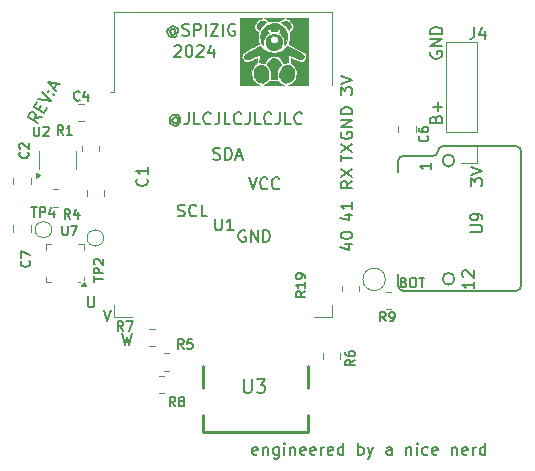
<source format=gbr>
%TF.GenerationSoftware,KiCad,Pcbnew,8.0.1*%
%TF.CreationDate,2024-05-06T20:31:10+02:00*%
%TF.ProjectId,smartknob,736d6172-746b-46e6-9f62-2e6b69636164,rev?*%
%TF.SameCoordinates,Original*%
%TF.FileFunction,Legend,Top*%
%TF.FilePolarity,Positive*%
%FSLAX46Y46*%
G04 Gerber Fmt 4.6, Leading zero omitted, Abs format (unit mm)*
G04 Created by KiCad (PCBNEW 8.0.1) date 2024-05-06 20:31:10*
%MOMM*%
%LPD*%
G01*
G04 APERTURE LIST*
%ADD10C,0.150000*%
%ADD11C,0.152000*%
%ADD12C,0.120000*%
%ADD13C,0.254000*%
%ADD14C,0.010000*%
G04 APERTURE END LIST*
D10*
X123969819Y-76506077D02*
X123969819Y-75934649D01*
X124969819Y-76220363D02*
X123969819Y-76220363D01*
X123969819Y-75696553D02*
X124969819Y-75029887D01*
X123969819Y-75029887D02*
X124969819Y-75696553D01*
X131617438Y-67239411D02*
X131569819Y-67334649D01*
X131569819Y-67334649D02*
X131569819Y-67477506D01*
X131569819Y-67477506D02*
X131617438Y-67620363D01*
X131617438Y-67620363D02*
X131712676Y-67715601D01*
X131712676Y-67715601D02*
X131807914Y-67763220D01*
X131807914Y-67763220D02*
X131998390Y-67810839D01*
X131998390Y-67810839D02*
X132141247Y-67810839D01*
X132141247Y-67810839D02*
X132331723Y-67763220D01*
X132331723Y-67763220D02*
X132426961Y-67715601D01*
X132426961Y-67715601D02*
X132522200Y-67620363D01*
X132522200Y-67620363D02*
X132569819Y-67477506D01*
X132569819Y-67477506D02*
X132569819Y-67382268D01*
X132569819Y-67382268D02*
X132522200Y-67239411D01*
X132522200Y-67239411D02*
X132474580Y-67191792D01*
X132474580Y-67191792D02*
X132141247Y-67191792D01*
X132141247Y-67191792D02*
X132141247Y-67382268D01*
X132569819Y-66763220D02*
X131569819Y-66763220D01*
X131569819Y-66763220D02*
X132569819Y-66191792D01*
X132569819Y-66191792D02*
X131569819Y-66191792D01*
X132569819Y-65715601D02*
X131569819Y-65715601D01*
X131569819Y-65715601D02*
X131569819Y-65477506D01*
X131569819Y-65477506D02*
X131617438Y-65334649D01*
X131617438Y-65334649D02*
X131712676Y-65239411D01*
X131712676Y-65239411D02*
X131807914Y-65191792D01*
X131807914Y-65191792D02*
X131998390Y-65144173D01*
X131998390Y-65144173D02*
X132141247Y-65144173D01*
X132141247Y-65144173D02*
X132331723Y-65191792D01*
X132331723Y-65191792D02*
X132426961Y-65239411D01*
X132426961Y-65239411D02*
X132522200Y-65334649D01*
X132522200Y-65334649D02*
X132569819Y-65477506D01*
X132569819Y-65477506D02*
X132569819Y-65715601D01*
X123969819Y-70858458D02*
X123969819Y-70239411D01*
X123969819Y-70239411D02*
X124350771Y-70572744D01*
X124350771Y-70572744D02*
X124350771Y-70429887D01*
X124350771Y-70429887D02*
X124398390Y-70334649D01*
X124398390Y-70334649D02*
X124446009Y-70287030D01*
X124446009Y-70287030D02*
X124541247Y-70239411D01*
X124541247Y-70239411D02*
X124779342Y-70239411D01*
X124779342Y-70239411D02*
X124874580Y-70287030D01*
X124874580Y-70287030D02*
X124922200Y-70334649D01*
X124922200Y-70334649D02*
X124969819Y-70429887D01*
X124969819Y-70429887D02*
X124969819Y-70715601D01*
X124969819Y-70715601D02*
X124922200Y-70810839D01*
X124922200Y-70810839D02*
X124874580Y-70858458D01*
X123969819Y-69953696D02*
X124969819Y-69620363D01*
X124969819Y-69620363D02*
X123969819Y-69287030D01*
X110189160Y-81122200D02*
X110332017Y-81169819D01*
X110332017Y-81169819D02*
X110570112Y-81169819D01*
X110570112Y-81169819D02*
X110665350Y-81122200D01*
X110665350Y-81122200D02*
X110712969Y-81074580D01*
X110712969Y-81074580D02*
X110760588Y-80979342D01*
X110760588Y-80979342D02*
X110760588Y-80884104D01*
X110760588Y-80884104D02*
X110712969Y-80788866D01*
X110712969Y-80788866D02*
X110665350Y-80741247D01*
X110665350Y-80741247D02*
X110570112Y-80693628D01*
X110570112Y-80693628D02*
X110379636Y-80646009D01*
X110379636Y-80646009D02*
X110284398Y-80598390D01*
X110284398Y-80598390D02*
X110236779Y-80550771D01*
X110236779Y-80550771D02*
X110189160Y-80455533D01*
X110189160Y-80455533D02*
X110189160Y-80360295D01*
X110189160Y-80360295D02*
X110236779Y-80265057D01*
X110236779Y-80265057D02*
X110284398Y-80217438D01*
X110284398Y-80217438D02*
X110379636Y-80169819D01*
X110379636Y-80169819D02*
X110617731Y-80169819D01*
X110617731Y-80169819D02*
X110760588Y-80217438D01*
X111760588Y-81074580D02*
X111712969Y-81122200D01*
X111712969Y-81122200D02*
X111570112Y-81169819D01*
X111570112Y-81169819D02*
X111474874Y-81169819D01*
X111474874Y-81169819D02*
X111332017Y-81122200D01*
X111332017Y-81122200D02*
X111236779Y-81026961D01*
X111236779Y-81026961D02*
X111189160Y-80931723D01*
X111189160Y-80931723D02*
X111141541Y-80741247D01*
X111141541Y-80741247D02*
X111141541Y-80598390D01*
X111141541Y-80598390D02*
X111189160Y-80407914D01*
X111189160Y-80407914D02*
X111236779Y-80312676D01*
X111236779Y-80312676D02*
X111332017Y-80217438D01*
X111332017Y-80217438D02*
X111474874Y-80169819D01*
X111474874Y-80169819D02*
X111570112Y-80169819D01*
X111570112Y-80169819D02*
X111712969Y-80217438D01*
X111712969Y-80217438D02*
X111760588Y-80265057D01*
X112665350Y-81169819D02*
X112189160Y-81169819D01*
X112189160Y-81169819D02*
X112189160Y-80169819D01*
X115885588Y-82387438D02*
X115790350Y-82339819D01*
X115790350Y-82339819D02*
X115647493Y-82339819D01*
X115647493Y-82339819D02*
X115504636Y-82387438D01*
X115504636Y-82387438D02*
X115409398Y-82482676D01*
X115409398Y-82482676D02*
X115361779Y-82577914D01*
X115361779Y-82577914D02*
X115314160Y-82768390D01*
X115314160Y-82768390D02*
X115314160Y-82911247D01*
X115314160Y-82911247D02*
X115361779Y-83101723D01*
X115361779Y-83101723D02*
X115409398Y-83196961D01*
X115409398Y-83196961D02*
X115504636Y-83292200D01*
X115504636Y-83292200D02*
X115647493Y-83339819D01*
X115647493Y-83339819D02*
X115742731Y-83339819D01*
X115742731Y-83339819D02*
X115885588Y-83292200D01*
X115885588Y-83292200D02*
X115933207Y-83244580D01*
X115933207Y-83244580D02*
X115933207Y-82911247D01*
X115933207Y-82911247D02*
X115742731Y-82911247D01*
X116361779Y-83339819D02*
X116361779Y-82339819D01*
X116361779Y-82339819D02*
X116933207Y-83339819D01*
X116933207Y-83339819D02*
X116933207Y-82339819D01*
X117409398Y-83339819D02*
X117409398Y-82339819D01*
X117409398Y-82339819D02*
X117647493Y-82339819D01*
X117647493Y-82339819D02*
X117790350Y-82387438D01*
X117790350Y-82387438D02*
X117885588Y-82482676D01*
X117885588Y-82482676D02*
X117933207Y-82577914D01*
X117933207Y-82577914D02*
X117980826Y-82768390D01*
X117980826Y-82768390D02*
X117980826Y-82911247D01*
X117980826Y-82911247D02*
X117933207Y-83101723D01*
X117933207Y-83101723D02*
X117885588Y-83196961D01*
X117885588Y-83196961D02*
X117790350Y-83292200D01*
X117790350Y-83292200D02*
X117647493Y-83339819D01*
X117647493Y-83339819D02*
X117409398Y-83339819D01*
X110155826Y-72893628D02*
X110108207Y-72846009D01*
X110108207Y-72846009D02*
X110012969Y-72798390D01*
X110012969Y-72798390D02*
X109917731Y-72798390D01*
X109917731Y-72798390D02*
X109822493Y-72846009D01*
X109822493Y-72846009D02*
X109774874Y-72893628D01*
X109774874Y-72893628D02*
X109727255Y-72988866D01*
X109727255Y-72988866D02*
X109727255Y-73084104D01*
X109727255Y-73084104D02*
X109774874Y-73179342D01*
X109774874Y-73179342D02*
X109822493Y-73226961D01*
X109822493Y-73226961D02*
X109917731Y-73274580D01*
X109917731Y-73274580D02*
X110012969Y-73274580D01*
X110012969Y-73274580D02*
X110108207Y-73226961D01*
X110108207Y-73226961D02*
X110155826Y-73179342D01*
X110155826Y-72798390D02*
X110155826Y-73179342D01*
X110155826Y-73179342D02*
X110203445Y-73226961D01*
X110203445Y-73226961D02*
X110251064Y-73226961D01*
X110251064Y-73226961D02*
X110346303Y-73179342D01*
X110346303Y-73179342D02*
X110393922Y-73084104D01*
X110393922Y-73084104D02*
X110393922Y-72846009D01*
X110393922Y-72846009D02*
X110298684Y-72703152D01*
X110298684Y-72703152D02*
X110155826Y-72607914D01*
X110155826Y-72607914D02*
X109965350Y-72560295D01*
X109965350Y-72560295D02*
X109774874Y-72607914D01*
X109774874Y-72607914D02*
X109632017Y-72703152D01*
X109632017Y-72703152D02*
X109536779Y-72846009D01*
X109536779Y-72846009D02*
X109489160Y-73036485D01*
X109489160Y-73036485D02*
X109536779Y-73226961D01*
X109536779Y-73226961D02*
X109632017Y-73369819D01*
X109632017Y-73369819D02*
X109774874Y-73465057D01*
X109774874Y-73465057D02*
X109965350Y-73512676D01*
X109965350Y-73512676D02*
X110155826Y-73465057D01*
X110155826Y-73465057D02*
X110298684Y-73369819D01*
X111108207Y-72369819D02*
X111108207Y-73084104D01*
X111108207Y-73084104D02*
X111060588Y-73226961D01*
X111060588Y-73226961D02*
X110965350Y-73322200D01*
X110965350Y-73322200D02*
X110822493Y-73369819D01*
X110822493Y-73369819D02*
X110727255Y-73369819D01*
X112060588Y-73369819D02*
X111584398Y-73369819D01*
X111584398Y-73369819D02*
X111584398Y-72369819D01*
X112965350Y-73274580D02*
X112917731Y-73322200D01*
X112917731Y-73322200D02*
X112774874Y-73369819D01*
X112774874Y-73369819D02*
X112679636Y-73369819D01*
X112679636Y-73369819D02*
X112536779Y-73322200D01*
X112536779Y-73322200D02*
X112441541Y-73226961D01*
X112441541Y-73226961D02*
X112393922Y-73131723D01*
X112393922Y-73131723D02*
X112346303Y-72941247D01*
X112346303Y-72941247D02*
X112346303Y-72798390D01*
X112346303Y-72798390D02*
X112393922Y-72607914D01*
X112393922Y-72607914D02*
X112441541Y-72512676D01*
X112441541Y-72512676D02*
X112536779Y-72417438D01*
X112536779Y-72417438D02*
X112679636Y-72369819D01*
X112679636Y-72369819D02*
X112774874Y-72369819D01*
X112774874Y-72369819D02*
X112917731Y-72417438D01*
X112917731Y-72417438D02*
X112965350Y-72465057D01*
X113679636Y-72369819D02*
X113679636Y-73084104D01*
X113679636Y-73084104D02*
X113632017Y-73226961D01*
X113632017Y-73226961D02*
X113536779Y-73322200D01*
X113536779Y-73322200D02*
X113393922Y-73369819D01*
X113393922Y-73369819D02*
X113298684Y-73369819D01*
X114632017Y-73369819D02*
X114155827Y-73369819D01*
X114155827Y-73369819D02*
X114155827Y-72369819D01*
X115536779Y-73274580D02*
X115489160Y-73322200D01*
X115489160Y-73322200D02*
X115346303Y-73369819D01*
X115346303Y-73369819D02*
X115251065Y-73369819D01*
X115251065Y-73369819D02*
X115108208Y-73322200D01*
X115108208Y-73322200D02*
X115012970Y-73226961D01*
X115012970Y-73226961D02*
X114965351Y-73131723D01*
X114965351Y-73131723D02*
X114917732Y-72941247D01*
X114917732Y-72941247D02*
X114917732Y-72798390D01*
X114917732Y-72798390D02*
X114965351Y-72607914D01*
X114965351Y-72607914D02*
X115012970Y-72512676D01*
X115012970Y-72512676D02*
X115108208Y-72417438D01*
X115108208Y-72417438D02*
X115251065Y-72369819D01*
X115251065Y-72369819D02*
X115346303Y-72369819D01*
X115346303Y-72369819D02*
X115489160Y-72417438D01*
X115489160Y-72417438D02*
X115536779Y-72465057D01*
X116251065Y-72369819D02*
X116251065Y-73084104D01*
X116251065Y-73084104D02*
X116203446Y-73226961D01*
X116203446Y-73226961D02*
X116108208Y-73322200D01*
X116108208Y-73322200D02*
X115965351Y-73369819D01*
X115965351Y-73369819D02*
X115870113Y-73369819D01*
X117203446Y-73369819D02*
X116727256Y-73369819D01*
X116727256Y-73369819D02*
X116727256Y-72369819D01*
X118108208Y-73274580D02*
X118060589Y-73322200D01*
X118060589Y-73322200D02*
X117917732Y-73369819D01*
X117917732Y-73369819D02*
X117822494Y-73369819D01*
X117822494Y-73369819D02*
X117679637Y-73322200D01*
X117679637Y-73322200D02*
X117584399Y-73226961D01*
X117584399Y-73226961D02*
X117536780Y-73131723D01*
X117536780Y-73131723D02*
X117489161Y-72941247D01*
X117489161Y-72941247D02*
X117489161Y-72798390D01*
X117489161Y-72798390D02*
X117536780Y-72607914D01*
X117536780Y-72607914D02*
X117584399Y-72512676D01*
X117584399Y-72512676D02*
X117679637Y-72417438D01*
X117679637Y-72417438D02*
X117822494Y-72369819D01*
X117822494Y-72369819D02*
X117917732Y-72369819D01*
X117917732Y-72369819D02*
X118060589Y-72417438D01*
X118060589Y-72417438D02*
X118108208Y-72465057D01*
X118822494Y-72369819D02*
X118822494Y-73084104D01*
X118822494Y-73084104D02*
X118774875Y-73226961D01*
X118774875Y-73226961D02*
X118679637Y-73322200D01*
X118679637Y-73322200D02*
X118536780Y-73369819D01*
X118536780Y-73369819D02*
X118441542Y-73369819D01*
X119774875Y-73369819D02*
X119298685Y-73369819D01*
X119298685Y-73369819D02*
X119298685Y-72369819D01*
X120679637Y-73274580D02*
X120632018Y-73322200D01*
X120632018Y-73322200D02*
X120489161Y-73369819D01*
X120489161Y-73369819D02*
X120393923Y-73369819D01*
X120393923Y-73369819D02*
X120251066Y-73322200D01*
X120251066Y-73322200D02*
X120155828Y-73226961D01*
X120155828Y-73226961D02*
X120108209Y-73131723D01*
X120108209Y-73131723D02*
X120060590Y-72941247D01*
X120060590Y-72941247D02*
X120060590Y-72798390D01*
X120060590Y-72798390D02*
X120108209Y-72607914D01*
X120108209Y-72607914D02*
X120155828Y-72512676D01*
X120155828Y-72512676D02*
X120251066Y-72417438D01*
X120251066Y-72417438D02*
X120393923Y-72369819D01*
X120393923Y-72369819D02*
X120489161Y-72369819D01*
X120489161Y-72369819D02*
X120632018Y-72417438D01*
X120632018Y-72417438D02*
X120679637Y-72465057D01*
X124303152Y-81034649D02*
X124969819Y-81034649D01*
X123922200Y-81272744D02*
X124636485Y-81510839D01*
X124636485Y-81510839D02*
X124636485Y-80891792D01*
X124969819Y-79987030D02*
X124969819Y-80558458D01*
X124969819Y-80272744D02*
X123969819Y-80272744D01*
X123969819Y-80272744D02*
X124112676Y-80367982D01*
X124112676Y-80367982D02*
X124207914Y-80463220D01*
X124207914Y-80463220D02*
X124255533Y-80558458D01*
X103893922Y-89069819D02*
X104227255Y-90069819D01*
X104227255Y-90069819D02*
X104560588Y-89069819D01*
X134969819Y-78558458D02*
X134969819Y-77939411D01*
X134969819Y-77939411D02*
X135350771Y-78272744D01*
X135350771Y-78272744D02*
X135350771Y-78129887D01*
X135350771Y-78129887D02*
X135398390Y-78034649D01*
X135398390Y-78034649D02*
X135446009Y-77987030D01*
X135446009Y-77987030D02*
X135541247Y-77939411D01*
X135541247Y-77939411D02*
X135779342Y-77939411D01*
X135779342Y-77939411D02*
X135874580Y-77987030D01*
X135874580Y-77987030D02*
X135922200Y-78034649D01*
X135922200Y-78034649D02*
X135969819Y-78129887D01*
X135969819Y-78129887D02*
X135969819Y-78415601D01*
X135969819Y-78415601D02*
X135922200Y-78510839D01*
X135922200Y-78510839D02*
X135874580Y-78558458D01*
X134969819Y-77653696D02*
X135969819Y-77320363D01*
X135969819Y-77320363D02*
X134969819Y-76987030D01*
X124303152Y-83534649D02*
X124969819Y-83534649D01*
X123922200Y-83772744D02*
X124636485Y-84010839D01*
X124636485Y-84010839D02*
X124636485Y-83391792D01*
X123969819Y-82820363D02*
X123969819Y-82725125D01*
X123969819Y-82725125D02*
X124017438Y-82629887D01*
X124017438Y-82629887D02*
X124065057Y-82582268D01*
X124065057Y-82582268D02*
X124160295Y-82534649D01*
X124160295Y-82534649D02*
X124350771Y-82487030D01*
X124350771Y-82487030D02*
X124588866Y-82487030D01*
X124588866Y-82487030D02*
X124779342Y-82534649D01*
X124779342Y-82534649D02*
X124874580Y-82582268D01*
X124874580Y-82582268D02*
X124922200Y-82629887D01*
X124922200Y-82629887D02*
X124969819Y-82725125D01*
X124969819Y-82725125D02*
X124969819Y-82820363D01*
X124969819Y-82820363D02*
X124922200Y-82915601D01*
X124922200Y-82915601D02*
X124874580Y-82963220D01*
X124874580Y-82963220D02*
X124779342Y-83010839D01*
X124779342Y-83010839D02*
X124588866Y-83058458D01*
X124588866Y-83058458D02*
X124350771Y-83058458D01*
X124350771Y-83058458D02*
X124160295Y-83010839D01*
X124160295Y-83010839D02*
X124065057Y-82963220D01*
X124065057Y-82963220D02*
X124017438Y-82915601D01*
X124017438Y-82915601D02*
X123969819Y-82820363D01*
X132046009Y-72929887D02*
X132093628Y-72787030D01*
X132093628Y-72787030D02*
X132141247Y-72739411D01*
X132141247Y-72739411D02*
X132236485Y-72691792D01*
X132236485Y-72691792D02*
X132379342Y-72691792D01*
X132379342Y-72691792D02*
X132474580Y-72739411D01*
X132474580Y-72739411D02*
X132522200Y-72787030D01*
X132522200Y-72787030D02*
X132569819Y-72882268D01*
X132569819Y-72882268D02*
X132569819Y-73263220D01*
X132569819Y-73263220D02*
X131569819Y-73263220D01*
X131569819Y-73263220D02*
X131569819Y-72929887D01*
X131569819Y-72929887D02*
X131617438Y-72834649D01*
X131617438Y-72834649D02*
X131665057Y-72787030D01*
X131665057Y-72787030D02*
X131760295Y-72739411D01*
X131760295Y-72739411D02*
X131855533Y-72739411D01*
X131855533Y-72739411D02*
X131950771Y-72787030D01*
X131950771Y-72787030D02*
X131998390Y-72834649D01*
X131998390Y-72834649D02*
X132046009Y-72929887D01*
X132046009Y-72929887D02*
X132046009Y-73263220D01*
X132188866Y-72263220D02*
X132188866Y-71501316D01*
X132569819Y-71882268D02*
X131807914Y-71882268D01*
X109955826Y-65393628D02*
X109908207Y-65346009D01*
X109908207Y-65346009D02*
X109812969Y-65298390D01*
X109812969Y-65298390D02*
X109717731Y-65298390D01*
X109717731Y-65298390D02*
X109622493Y-65346009D01*
X109622493Y-65346009D02*
X109574874Y-65393628D01*
X109574874Y-65393628D02*
X109527255Y-65488866D01*
X109527255Y-65488866D02*
X109527255Y-65584104D01*
X109527255Y-65584104D02*
X109574874Y-65679342D01*
X109574874Y-65679342D02*
X109622493Y-65726961D01*
X109622493Y-65726961D02*
X109717731Y-65774580D01*
X109717731Y-65774580D02*
X109812969Y-65774580D01*
X109812969Y-65774580D02*
X109908207Y-65726961D01*
X109908207Y-65726961D02*
X109955826Y-65679342D01*
X109955826Y-65298390D02*
X109955826Y-65679342D01*
X109955826Y-65679342D02*
X110003445Y-65726961D01*
X110003445Y-65726961D02*
X110051064Y-65726961D01*
X110051064Y-65726961D02*
X110146303Y-65679342D01*
X110146303Y-65679342D02*
X110193922Y-65584104D01*
X110193922Y-65584104D02*
X110193922Y-65346009D01*
X110193922Y-65346009D02*
X110098684Y-65203152D01*
X110098684Y-65203152D02*
X109955826Y-65107914D01*
X109955826Y-65107914D02*
X109765350Y-65060295D01*
X109765350Y-65060295D02*
X109574874Y-65107914D01*
X109574874Y-65107914D02*
X109432017Y-65203152D01*
X109432017Y-65203152D02*
X109336779Y-65346009D01*
X109336779Y-65346009D02*
X109289160Y-65536485D01*
X109289160Y-65536485D02*
X109336779Y-65726961D01*
X109336779Y-65726961D02*
X109432017Y-65869819D01*
X109432017Y-65869819D02*
X109574874Y-65965057D01*
X109574874Y-65965057D02*
X109765350Y-66012676D01*
X109765350Y-66012676D02*
X109955826Y-65965057D01*
X109955826Y-65965057D02*
X110098684Y-65869819D01*
X110574874Y-65822200D02*
X110717731Y-65869819D01*
X110717731Y-65869819D02*
X110955826Y-65869819D01*
X110955826Y-65869819D02*
X111051064Y-65822200D01*
X111051064Y-65822200D02*
X111098683Y-65774580D01*
X111098683Y-65774580D02*
X111146302Y-65679342D01*
X111146302Y-65679342D02*
X111146302Y-65584104D01*
X111146302Y-65584104D02*
X111098683Y-65488866D01*
X111098683Y-65488866D02*
X111051064Y-65441247D01*
X111051064Y-65441247D02*
X110955826Y-65393628D01*
X110955826Y-65393628D02*
X110765350Y-65346009D01*
X110765350Y-65346009D02*
X110670112Y-65298390D01*
X110670112Y-65298390D02*
X110622493Y-65250771D01*
X110622493Y-65250771D02*
X110574874Y-65155533D01*
X110574874Y-65155533D02*
X110574874Y-65060295D01*
X110574874Y-65060295D02*
X110622493Y-64965057D01*
X110622493Y-64965057D02*
X110670112Y-64917438D01*
X110670112Y-64917438D02*
X110765350Y-64869819D01*
X110765350Y-64869819D02*
X111003445Y-64869819D01*
X111003445Y-64869819D02*
X111146302Y-64917438D01*
X111574874Y-65869819D02*
X111574874Y-64869819D01*
X111574874Y-64869819D02*
X111955826Y-64869819D01*
X111955826Y-64869819D02*
X112051064Y-64917438D01*
X112051064Y-64917438D02*
X112098683Y-64965057D01*
X112098683Y-64965057D02*
X112146302Y-65060295D01*
X112146302Y-65060295D02*
X112146302Y-65203152D01*
X112146302Y-65203152D02*
X112098683Y-65298390D01*
X112098683Y-65298390D02*
X112051064Y-65346009D01*
X112051064Y-65346009D02*
X111955826Y-65393628D01*
X111955826Y-65393628D02*
X111574874Y-65393628D01*
X112574874Y-65869819D02*
X112574874Y-64869819D01*
X112955826Y-64869819D02*
X113622492Y-64869819D01*
X113622492Y-64869819D02*
X112955826Y-65869819D01*
X112955826Y-65869819D02*
X113622492Y-65869819D01*
X114003445Y-65869819D02*
X114003445Y-64869819D01*
X115003444Y-64917438D02*
X114908206Y-64869819D01*
X114908206Y-64869819D02*
X114765349Y-64869819D01*
X114765349Y-64869819D02*
X114622492Y-64917438D01*
X114622492Y-64917438D02*
X114527254Y-65012676D01*
X114527254Y-65012676D02*
X114479635Y-65107914D01*
X114479635Y-65107914D02*
X114432016Y-65298390D01*
X114432016Y-65298390D02*
X114432016Y-65441247D01*
X114432016Y-65441247D02*
X114479635Y-65631723D01*
X114479635Y-65631723D02*
X114527254Y-65726961D01*
X114527254Y-65726961D02*
X114622492Y-65822200D01*
X114622492Y-65822200D02*
X114765349Y-65869819D01*
X114765349Y-65869819D02*
X114860587Y-65869819D01*
X114860587Y-65869819D02*
X115003444Y-65822200D01*
X115003444Y-65822200D02*
X115051063Y-65774580D01*
X115051063Y-65774580D02*
X115051063Y-65441247D01*
X115051063Y-65441247D02*
X114860587Y-65441247D01*
X124969819Y-78191792D02*
X124493628Y-78525125D01*
X124969819Y-78763220D02*
X123969819Y-78763220D01*
X123969819Y-78763220D02*
X123969819Y-78382268D01*
X123969819Y-78382268D02*
X124017438Y-78287030D01*
X124017438Y-78287030D02*
X124065057Y-78239411D01*
X124065057Y-78239411D02*
X124160295Y-78191792D01*
X124160295Y-78191792D02*
X124303152Y-78191792D01*
X124303152Y-78191792D02*
X124398390Y-78239411D01*
X124398390Y-78239411D02*
X124446009Y-78287030D01*
X124446009Y-78287030D02*
X124493628Y-78382268D01*
X124493628Y-78382268D02*
X124493628Y-78763220D01*
X123969819Y-77858458D02*
X124969819Y-77191792D01*
X123969819Y-77191792D02*
X124969819Y-77858458D01*
X102536779Y-87869819D02*
X102536779Y-88679342D01*
X102536779Y-88679342D02*
X102584398Y-88774580D01*
X102584398Y-88774580D02*
X102632017Y-88822200D01*
X102632017Y-88822200D02*
X102727255Y-88869819D01*
X102727255Y-88869819D02*
X102917731Y-88869819D01*
X102917731Y-88869819D02*
X103012969Y-88822200D01*
X103012969Y-88822200D02*
X103060588Y-88774580D01*
X103060588Y-88774580D02*
X103108207Y-88679342D01*
X103108207Y-88679342D02*
X103108207Y-87869819D01*
X124017438Y-74039411D02*
X123969819Y-74134649D01*
X123969819Y-74134649D02*
X123969819Y-74277506D01*
X123969819Y-74277506D02*
X124017438Y-74420363D01*
X124017438Y-74420363D02*
X124112676Y-74515601D01*
X124112676Y-74515601D02*
X124207914Y-74563220D01*
X124207914Y-74563220D02*
X124398390Y-74610839D01*
X124398390Y-74610839D02*
X124541247Y-74610839D01*
X124541247Y-74610839D02*
X124731723Y-74563220D01*
X124731723Y-74563220D02*
X124826961Y-74515601D01*
X124826961Y-74515601D02*
X124922200Y-74420363D01*
X124922200Y-74420363D02*
X124969819Y-74277506D01*
X124969819Y-74277506D02*
X124969819Y-74182268D01*
X124969819Y-74182268D02*
X124922200Y-74039411D01*
X124922200Y-74039411D02*
X124874580Y-73991792D01*
X124874580Y-73991792D02*
X124541247Y-73991792D01*
X124541247Y-73991792D02*
X124541247Y-74182268D01*
X124969819Y-73563220D02*
X123969819Y-73563220D01*
X123969819Y-73563220D02*
X124969819Y-72991792D01*
X124969819Y-72991792D02*
X123969819Y-72991792D01*
X124969819Y-72515601D02*
X123969819Y-72515601D01*
X123969819Y-72515601D02*
X123969819Y-72277506D01*
X123969819Y-72277506D02*
X124017438Y-72134649D01*
X124017438Y-72134649D02*
X124112676Y-72039411D01*
X124112676Y-72039411D02*
X124207914Y-71991792D01*
X124207914Y-71991792D02*
X124398390Y-71944173D01*
X124398390Y-71944173D02*
X124541247Y-71944173D01*
X124541247Y-71944173D02*
X124731723Y-71991792D01*
X124731723Y-71991792D02*
X124826961Y-72039411D01*
X124826961Y-72039411D02*
X124922200Y-72134649D01*
X124922200Y-72134649D02*
X124969819Y-72277506D01*
X124969819Y-72277506D02*
X124969819Y-72515601D01*
X113189160Y-76322200D02*
X113332017Y-76369819D01*
X113332017Y-76369819D02*
X113570112Y-76369819D01*
X113570112Y-76369819D02*
X113665350Y-76322200D01*
X113665350Y-76322200D02*
X113712969Y-76274580D01*
X113712969Y-76274580D02*
X113760588Y-76179342D01*
X113760588Y-76179342D02*
X113760588Y-76084104D01*
X113760588Y-76084104D02*
X113712969Y-75988866D01*
X113712969Y-75988866D02*
X113665350Y-75941247D01*
X113665350Y-75941247D02*
X113570112Y-75893628D01*
X113570112Y-75893628D02*
X113379636Y-75846009D01*
X113379636Y-75846009D02*
X113284398Y-75798390D01*
X113284398Y-75798390D02*
X113236779Y-75750771D01*
X113236779Y-75750771D02*
X113189160Y-75655533D01*
X113189160Y-75655533D02*
X113189160Y-75560295D01*
X113189160Y-75560295D02*
X113236779Y-75465057D01*
X113236779Y-75465057D02*
X113284398Y-75417438D01*
X113284398Y-75417438D02*
X113379636Y-75369819D01*
X113379636Y-75369819D02*
X113617731Y-75369819D01*
X113617731Y-75369819D02*
X113760588Y-75417438D01*
X114189160Y-76369819D02*
X114189160Y-75369819D01*
X114189160Y-75369819D02*
X114427255Y-75369819D01*
X114427255Y-75369819D02*
X114570112Y-75417438D01*
X114570112Y-75417438D02*
X114665350Y-75512676D01*
X114665350Y-75512676D02*
X114712969Y-75607914D01*
X114712969Y-75607914D02*
X114760588Y-75798390D01*
X114760588Y-75798390D02*
X114760588Y-75941247D01*
X114760588Y-75941247D02*
X114712969Y-76131723D01*
X114712969Y-76131723D02*
X114665350Y-76226961D01*
X114665350Y-76226961D02*
X114570112Y-76322200D01*
X114570112Y-76322200D02*
X114427255Y-76369819D01*
X114427255Y-76369819D02*
X114189160Y-76369819D01*
X115141541Y-76084104D02*
X115617731Y-76084104D01*
X115046303Y-76369819D02*
X115379636Y-75369819D01*
X115379636Y-75369819D02*
X115712969Y-76369819D01*
X109889160Y-66765057D02*
X109936779Y-66717438D01*
X109936779Y-66717438D02*
X110032017Y-66669819D01*
X110032017Y-66669819D02*
X110270112Y-66669819D01*
X110270112Y-66669819D02*
X110365350Y-66717438D01*
X110365350Y-66717438D02*
X110412969Y-66765057D01*
X110412969Y-66765057D02*
X110460588Y-66860295D01*
X110460588Y-66860295D02*
X110460588Y-66955533D01*
X110460588Y-66955533D02*
X110412969Y-67098390D01*
X110412969Y-67098390D02*
X109841541Y-67669819D01*
X109841541Y-67669819D02*
X110460588Y-67669819D01*
X111079636Y-66669819D02*
X111174874Y-66669819D01*
X111174874Y-66669819D02*
X111270112Y-66717438D01*
X111270112Y-66717438D02*
X111317731Y-66765057D01*
X111317731Y-66765057D02*
X111365350Y-66860295D01*
X111365350Y-66860295D02*
X111412969Y-67050771D01*
X111412969Y-67050771D02*
X111412969Y-67288866D01*
X111412969Y-67288866D02*
X111365350Y-67479342D01*
X111365350Y-67479342D02*
X111317731Y-67574580D01*
X111317731Y-67574580D02*
X111270112Y-67622200D01*
X111270112Y-67622200D02*
X111174874Y-67669819D01*
X111174874Y-67669819D02*
X111079636Y-67669819D01*
X111079636Y-67669819D02*
X110984398Y-67622200D01*
X110984398Y-67622200D02*
X110936779Y-67574580D01*
X110936779Y-67574580D02*
X110889160Y-67479342D01*
X110889160Y-67479342D02*
X110841541Y-67288866D01*
X110841541Y-67288866D02*
X110841541Y-67050771D01*
X110841541Y-67050771D02*
X110889160Y-66860295D01*
X110889160Y-66860295D02*
X110936779Y-66765057D01*
X110936779Y-66765057D02*
X110984398Y-66717438D01*
X110984398Y-66717438D02*
X111079636Y-66669819D01*
X111793922Y-66765057D02*
X111841541Y-66717438D01*
X111841541Y-66717438D02*
X111936779Y-66669819D01*
X111936779Y-66669819D02*
X112174874Y-66669819D01*
X112174874Y-66669819D02*
X112270112Y-66717438D01*
X112270112Y-66717438D02*
X112317731Y-66765057D01*
X112317731Y-66765057D02*
X112365350Y-66860295D01*
X112365350Y-66860295D02*
X112365350Y-66955533D01*
X112365350Y-66955533D02*
X112317731Y-67098390D01*
X112317731Y-67098390D02*
X111746303Y-67669819D01*
X111746303Y-67669819D02*
X112365350Y-67669819D01*
X113222493Y-67003152D02*
X113222493Y-67669819D01*
X112984398Y-66622200D02*
X112746303Y-67336485D01*
X112746303Y-67336485D02*
X113365350Y-67336485D01*
X98641363Y-72748378D02*
X98062304Y-72798958D01*
X98355649Y-73243250D02*
X97489624Y-72743250D01*
X97489624Y-72743250D02*
X97680100Y-72413335D01*
X97680100Y-72413335D02*
X97768958Y-72354666D01*
X97768958Y-72354666D02*
X97834007Y-72337236D01*
X97834007Y-72337236D02*
X97940295Y-72343616D01*
X97940295Y-72343616D02*
X98064013Y-72415045D01*
X98064013Y-72415045D02*
X98122682Y-72503903D01*
X98122682Y-72503903D02*
X98140112Y-72568952D01*
X98140112Y-72568952D02*
X98133732Y-72675240D01*
X98133732Y-72675240D02*
X97943256Y-73005154D01*
X98402017Y-72115319D02*
X98568683Y-71826644D01*
X99093744Y-71964831D02*
X98855649Y-72377224D01*
X98855649Y-72377224D02*
X97989624Y-71877224D01*
X97989624Y-71877224D02*
X98227719Y-71464831D01*
X98370576Y-71217395D02*
X99403268Y-71428720D01*
X99403268Y-71428720D02*
X98703909Y-70640045D01*
X99654123Y-70803751D02*
X99719172Y-70786321D01*
X99719172Y-70786321D02*
X99736602Y-70851370D01*
X99736602Y-70851370D02*
X99671553Y-70868800D01*
X99671553Y-70868800D02*
X99654123Y-70803751D01*
X99654123Y-70803751D02*
X99736602Y-70851370D01*
X99200491Y-70541846D02*
X99265539Y-70524416D01*
X99265539Y-70524416D02*
X99282969Y-70589465D01*
X99282969Y-70589465D02*
X99217920Y-70606895D01*
X99217920Y-70606895D02*
X99200491Y-70541846D01*
X99200491Y-70541846D02*
X99282969Y-70589465D01*
X99703451Y-70337359D02*
X99941546Y-69924966D01*
X99903268Y-70562695D02*
X99203909Y-69774020D01*
X99203909Y-69774020D02*
X100236601Y-69985345D01*
X105441541Y-91069819D02*
X105679636Y-92069819D01*
X105679636Y-92069819D02*
X105870112Y-91355533D01*
X105870112Y-91355533D02*
X106060588Y-92069819D01*
X106060588Y-92069819D02*
X106298684Y-91069819D01*
X116193922Y-77869819D02*
X116527255Y-78869819D01*
X116527255Y-78869819D02*
X116860588Y-77869819D01*
X117765350Y-78774580D02*
X117717731Y-78822200D01*
X117717731Y-78822200D02*
X117574874Y-78869819D01*
X117574874Y-78869819D02*
X117479636Y-78869819D01*
X117479636Y-78869819D02*
X117336779Y-78822200D01*
X117336779Y-78822200D02*
X117241541Y-78726961D01*
X117241541Y-78726961D02*
X117193922Y-78631723D01*
X117193922Y-78631723D02*
X117146303Y-78441247D01*
X117146303Y-78441247D02*
X117146303Y-78298390D01*
X117146303Y-78298390D02*
X117193922Y-78107914D01*
X117193922Y-78107914D02*
X117241541Y-78012676D01*
X117241541Y-78012676D02*
X117336779Y-77917438D01*
X117336779Y-77917438D02*
X117479636Y-77869819D01*
X117479636Y-77869819D02*
X117574874Y-77869819D01*
X117574874Y-77869819D02*
X117717731Y-77917438D01*
X117717731Y-77917438D02*
X117765350Y-77965057D01*
X118765350Y-78774580D02*
X118717731Y-78822200D01*
X118717731Y-78822200D02*
X118574874Y-78869819D01*
X118574874Y-78869819D02*
X118479636Y-78869819D01*
X118479636Y-78869819D02*
X118336779Y-78822200D01*
X118336779Y-78822200D02*
X118241541Y-78726961D01*
X118241541Y-78726961D02*
X118193922Y-78631723D01*
X118193922Y-78631723D02*
X118146303Y-78441247D01*
X118146303Y-78441247D02*
X118146303Y-78298390D01*
X118146303Y-78298390D02*
X118193922Y-78107914D01*
X118193922Y-78107914D02*
X118241541Y-78012676D01*
X118241541Y-78012676D02*
X118336779Y-77917438D01*
X118336779Y-77917438D02*
X118479636Y-77869819D01*
X118479636Y-77869819D02*
X118574874Y-77869819D01*
X118574874Y-77869819D02*
X118717731Y-77917438D01*
X118717731Y-77917438D02*
X118765350Y-77965057D01*
X116917731Y-101322200D02*
X116822493Y-101369819D01*
X116822493Y-101369819D02*
X116632017Y-101369819D01*
X116632017Y-101369819D02*
X116536779Y-101322200D01*
X116536779Y-101322200D02*
X116489160Y-101226961D01*
X116489160Y-101226961D02*
X116489160Y-100846009D01*
X116489160Y-100846009D02*
X116536779Y-100750771D01*
X116536779Y-100750771D02*
X116632017Y-100703152D01*
X116632017Y-100703152D02*
X116822493Y-100703152D01*
X116822493Y-100703152D02*
X116917731Y-100750771D01*
X116917731Y-100750771D02*
X116965350Y-100846009D01*
X116965350Y-100846009D02*
X116965350Y-100941247D01*
X116965350Y-100941247D02*
X116489160Y-101036485D01*
X117393922Y-100703152D02*
X117393922Y-101369819D01*
X117393922Y-100798390D02*
X117441541Y-100750771D01*
X117441541Y-100750771D02*
X117536779Y-100703152D01*
X117536779Y-100703152D02*
X117679636Y-100703152D01*
X117679636Y-100703152D02*
X117774874Y-100750771D01*
X117774874Y-100750771D02*
X117822493Y-100846009D01*
X117822493Y-100846009D02*
X117822493Y-101369819D01*
X118727255Y-100703152D02*
X118727255Y-101512676D01*
X118727255Y-101512676D02*
X118679636Y-101607914D01*
X118679636Y-101607914D02*
X118632017Y-101655533D01*
X118632017Y-101655533D02*
X118536779Y-101703152D01*
X118536779Y-101703152D02*
X118393922Y-101703152D01*
X118393922Y-101703152D02*
X118298684Y-101655533D01*
X118727255Y-101322200D02*
X118632017Y-101369819D01*
X118632017Y-101369819D02*
X118441541Y-101369819D01*
X118441541Y-101369819D02*
X118346303Y-101322200D01*
X118346303Y-101322200D02*
X118298684Y-101274580D01*
X118298684Y-101274580D02*
X118251065Y-101179342D01*
X118251065Y-101179342D02*
X118251065Y-100893628D01*
X118251065Y-100893628D02*
X118298684Y-100798390D01*
X118298684Y-100798390D02*
X118346303Y-100750771D01*
X118346303Y-100750771D02*
X118441541Y-100703152D01*
X118441541Y-100703152D02*
X118632017Y-100703152D01*
X118632017Y-100703152D02*
X118727255Y-100750771D01*
X119203446Y-101369819D02*
X119203446Y-100703152D01*
X119203446Y-100369819D02*
X119155827Y-100417438D01*
X119155827Y-100417438D02*
X119203446Y-100465057D01*
X119203446Y-100465057D02*
X119251065Y-100417438D01*
X119251065Y-100417438D02*
X119203446Y-100369819D01*
X119203446Y-100369819D02*
X119203446Y-100465057D01*
X119679636Y-100703152D02*
X119679636Y-101369819D01*
X119679636Y-100798390D02*
X119727255Y-100750771D01*
X119727255Y-100750771D02*
X119822493Y-100703152D01*
X119822493Y-100703152D02*
X119965350Y-100703152D01*
X119965350Y-100703152D02*
X120060588Y-100750771D01*
X120060588Y-100750771D02*
X120108207Y-100846009D01*
X120108207Y-100846009D02*
X120108207Y-101369819D01*
X120965350Y-101322200D02*
X120870112Y-101369819D01*
X120870112Y-101369819D02*
X120679636Y-101369819D01*
X120679636Y-101369819D02*
X120584398Y-101322200D01*
X120584398Y-101322200D02*
X120536779Y-101226961D01*
X120536779Y-101226961D02*
X120536779Y-100846009D01*
X120536779Y-100846009D02*
X120584398Y-100750771D01*
X120584398Y-100750771D02*
X120679636Y-100703152D01*
X120679636Y-100703152D02*
X120870112Y-100703152D01*
X120870112Y-100703152D02*
X120965350Y-100750771D01*
X120965350Y-100750771D02*
X121012969Y-100846009D01*
X121012969Y-100846009D02*
X121012969Y-100941247D01*
X121012969Y-100941247D02*
X120536779Y-101036485D01*
X121822493Y-101322200D02*
X121727255Y-101369819D01*
X121727255Y-101369819D02*
X121536779Y-101369819D01*
X121536779Y-101369819D02*
X121441541Y-101322200D01*
X121441541Y-101322200D02*
X121393922Y-101226961D01*
X121393922Y-101226961D02*
X121393922Y-100846009D01*
X121393922Y-100846009D02*
X121441541Y-100750771D01*
X121441541Y-100750771D02*
X121536779Y-100703152D01*
X121536779Y-100703152D02*
X121727255Y-100703152D01*
X121727255Y-100703152D02*
X121822493Y-100750771D01*
X121822493Y-100750771D02*
X121870112Y-100846009D01*
X121870112Y-100846009D02*
X121870112Y-100941247D01*
X121870112Y-100941247D02*
X121393922Y-101036485D01*
X122298684Y-101369819D02*
X122298684Y-100703152D01*
X122298684Y-100893628D02*
X122346303Y-100798390D01*
X122346303Y-100798390D02*
X122393922Y-100750771D01*
X122393922Y-100750771D02*
X122489160Y-100703152D01*
X122489160Y-100703152D02*
X122584398Y-100703152D01*
X123298684Y-101322200D02*
X123203446Y-101369819D01*
X123203446Y-101369819D02*
X123012970Y-101369819D01*
X123012970Y-101369819D02*
X122917732Y-101322200D01*
X122917732Y-101322200D02*
X122870113Y-101226961D01*
X122870113Y-101226961D02*
X122870113Y-100846009D01*
X122870113Y-100846009D02*
X122917732Y-100750771D01*
X122917732Y-100750771D02*
X123012970Y-100703152D01*
X123012970Y-100703152D02*
X123203446Y-100703152D01*
X123203446Y-100703152D02*
X123298684Y-100750771D01*
X123298684Y-100750771D02*
X123346303Y-100846009D01*
X123346303Y-100846009D02*
X123346303Y-100941247D01*
X123346303Y-100941247D02*
X122870113Y-101036485D01*
X124203446Y-101369819D02*
X124203446Y-100369819D01*
X124203446Y-101322200D02*
X124108208Y-101369819D01*
X124108208Y-101369819D02*
X123917732Y-101369819D01*
X123917732Y-101369819D02*
X123822494Y-101322200D01*
X123822494Y-101322200D02*
X123774875Y-101274580D01*
X123774875Y-101274580D02*
X123727256Y-101179342D01*
X123727256Y-101179342D02*
X123727256Y-100893628D01*
X123727256Y-100893628D02*
X123774875Y-100798390D01*
X123774875Y-100798390D02*
X123822494Y-100750771D01*
X123822494Y-100750771D02*
X123917732Y-100703152D01*
X123917732Y-100703152D02*
X124108208Y-100703152D01*
X124108208Y-100703152D02*
X124203446Y-100750771D01*
X125441542Y-101369819D02*
X125441542Y-100369819D01*
X125441542Y-100750771D02*
X125536780Y-100703152D01*
X125536780Y-100703152D02*
X125727256Y-100703152D01*
X125727256Y-100703152D02*
X125822494Y-100750771D01*
X125822494Y-100750771D02*
X125870113Y-100798390D01*
X125870113Y-100798390D02*
X125917732Y-100893628D01*
X125917732Y-100893628D02*
X125917732Y-101179342D01*
X125917732Y-101179342D02*
X125870113Y-101274580D01*
X125870113Y-101274580D02*
X125822494Y-101322200D01*
X125822494Y-101322200D02*
X125727256Y-101369819D01*
X125727256Y-101369819D02*
X125536780Y-101369819D01*
X125536780Y-101369819D02*
X125441542Y-101322200D01*
X126251066Y-100703152D02*
X126489161Y-101369819D01*
X126727256Y-100703152D02*
X126489161Y-101369819D01*
X126489161Y-101369819D02*
X126393923Y-101607914D01*
X126393923Y-101607914D02*
X126346304Y-101655533D01*
X126346304Y-101655533D02*
X126251066Y-101703152D01*
X128298685Y-101369819D02*
X128298685Y-100846009D01*
X128298685Y-100846009D02*
X128251066Y-100750771D01*
X128251066Y-100750771D02*
X128155828Y-100703152D01*
X128155828Y-100703152D02*
X127965352Y-100703152D01*
X127965352Y-100703152D02*
X127870114Y-100750771D01*
X128298685Y-101322200D02*
X128203447Y-101369819D01*
X128203447Y-101369819D02*
X127965352Y-101369819D01*
X127965352Y-101369819D02*
X127870114Y-101322200D01*
X127870114Y-101322200D02*
X127822495Y-101226961D01*
X127822495Y-101226961D02*
X127822495Y-101131723D01*
X127822495Y-101131723D02*
X127870114Y-101036485D01*
X127870114Y-101036485D02*
X127965352Y-100988866D01*
X127965352Y-100988866D02*
X128203447Y-100988866D01*
X128203447Y-100988866D02*
X128298685Y-100941247D01*
X129536781Y-100703152D02*
X129536781Y-101369819D01*
X129536781Y-100798390D02*
X129584400Y-100750771D01*
X129584400Y-100750771D02*
X129679638Y-100703152D01*
X129679638Y-100703152D02*
X129822495Y-100703152D01*
X129822495Y-100703152D02*
X129917733Y-100750771D01*
X129917733Y-100750771D02*
X129965352Y-100846009D01*
X129965352Y-100846009D02*
X129965352Y-101369819D01*
X130441543Y-101369819D02*
X130441543Y-100703152D01*
X130441543Y-100369819D02*
X130393924Y-100417438D01*
X130393924Y-100417438D02*
X130441543Y-100465057D01*
X130441543Y-100465057D02*
X130489162Y-100417438D01*
X130489162Y-100417438D02*
X130441543Y-100369819D01*
X130441543Y-100369819D02*
X130441543Y-100465057D01*
X131346304Y-101322200D02*
X131251066Y-101369819D01*
X131251066Y-101369819D02*
X131060590Y-101369819D01*
X131060590Y-101369819D02*
X130965352Y-101322200D01*
X130965352Y-101322200D02*
X130917733Y-101274580D01*
X130917733Y-101274580D02*
X130870114Y-101179342D01*
X130870114Y-101179342D02*
X130870114Y-100893628D01*
X130870114Y-100893628D02*
X130917733Y-100798390D01*
X130917733Y-100798390D02*
X130965352Y-100750771D01*
X130965352Y-100750771D02*
X131060590Y-100703152D01*
X131060590Y-100703152D02*
X131251066Y-100703152D01*
X131251066Y-100703152D02*
X131346304Y-100750771D01*
X132155828Y-101322200D02*
X132060590Y-101369819D01*
X132060590Y-101369819D02*
X131870114Y-101369819D01*
X131870114Y-101369819D02*
X131774876Y-101322200D01*
X131774876Y-101322200D02*
X131727257Y-101226961D01*
X131727257Y-101226961D02*
X131727257Y-100846009D01*
X131727257Y-100846009D02*
X131774876Y-100750771D01*
X131774876Y-100750771D02*
X131870114Y-100703152D01*
X131870114Y-100703152D02*
X132060590Y-100703152D01*
X132060590Y-100703152D02*
X132155828Y-100750771D01*
X132155828Y-100750771D02*
X132203447Y-100846009D01*
X132203447Y-100846009D02*
X132203447Y-100941247D01*
X132203447Y-100941247D02*
X131727257Y-101036485D01*
X133393924Y-100703152D02*
X133393924Y-101369819D01*
X133393924Y-100798390D02*
X133441543Y-100750771D01*
X133441543Y-100750771D02*
X133536781Y-100703152D01*
X133536781Y-100703152D02*
X133679638Y-100703152D01*
X133679638Y-100703152D02*
X133774876Y-100750771D01*
X133774876Y-100750771D02*
X133822495Y-100846009D01*
X133822495Y-100846009D02*
X133822495Y-101369819D01*
X134679638Y-101322200D02*
X134584400Y-101369819D01*
X134584400Y-101369819D02*
X134393924Y-101369819D01*
X134393924Y-101369819D02*
X134298686Y-101322200D01*
X134298686Y-101322200D02*
X134251067Y-101226961D01*
X134251067Y-101226961D02*
X134251067Y-100846009D01*
X134251067Y-100846009D02*
X134298686Y-100750771D01*
X134298686Y-100750771D02*
X134393924Y-100703152D01*
X134393924Y-100703152D02*
X134584400Y-100703152D01*
X134584400Y-100703152D02*
X134679638Y-100750771D01*
X134679638Y-100750771D02*
X134727257Y-100846009D01*
X134727257Y-100846009D02*
X134727257Y-100941247D01*
X134727257Y-100941247D02*
X134251067Y-101036485D01*
X135155829Y-101369819D02*
X135155829Y-100703152D01*
X135155829Y-100893628D02*
X135203448Y-100798390D01*
X135203448Y-100798390D02*
X135251067Y-100750771D01*
X135251067Y-100750771D02*
X135346305Y-100703152D01*
X135346305Y-100703152D02*
X135441543Y-100703152D01*
X136203448Y-101369819D02*
X136203448Y-100369819D01*
X136203448Y-101322200D02*
X136108210Y-101369819D01*
X136108210Y-101369819D02*
X135917734Y-101369819D01*
X135917734Y-101369819D02*
X135822496Y-101322200D01*
X135822496Y-101322200D02*
X135774877Y-101274580D01*
X135774877Y-101274580D02*
X135727258Y-101179342D01*
X135727258Y-101179342D02*
X135727258Y-100893628D01*
X135727258Y-100893628D02*
X135774877Y-100798390D01*
X135774877Y-100798390D02*
X135822496Y-100750771D01*
X135822496Y-100750771D02*
X135917734Y-100703152D01*
X135917734Y-100703152D02*
X136108210Y-100703152D01*
X136108210Y-100703152D02*
X136203448Y-100750771D01*
X97990476Y-73562295D02*
X97990476Y-74209914D01*
X97990476Y-74209914D02*
X98028571Y-74286104D01*
X98028571Y-74286104D02*
X98066666Y-74324200D01*
X98066666Y-74324200D02*
X98142857Y-74362295D01*
X98142857Y-74362295D02*
X98295238Y-74362295D01*
X98295238Y-74362295D02*
X98371428Y-74324200D01*
X98371428Y-74324200D02*
X98409523Y-74286104D01*
X98409523Y-74286104D02*
X98447619Y-74209914D01*
X98447619Y-74209914D02*
X98447619Y-73562295D01*
X98790475Y-73638485D02*
X98828571Y-73600390D01*
X98828571Y-73600390D02*
X98904761Y-73562295D01*
X98904761Y-73562295D02*
X99095237Y-73562295D01*
X99095237Y-73562295D02*
X99171428Y-73600390D01*
X99171428Y-73600390D02*
X99209523Y-73638485D01*
X99209523Y-73638485D02*
X99247618Y-73714676D01*
X99247618Y-73714676D02*
X99247618Y-73790866D01*
X99247618Y-73790866D02*
X99209523Y-73905152D01*
X99209523Y-73905152D02*
X98752380Y-74362295D01*
X98752380Y-74362295D02*
X99247618Y-74362295D01*
X97586104Y-84933332D02*
X97624200Y-84971428D01*
X97624200Y-84971428D02*
X97662295Y-85085713D01*
X97662295Y-85085713D02*
X97662295Y-85161904D01*
X97662295Y-85161904D02*
X97624200Y-85276190D01*
X97624200Y-85276190D02*
X97548009Y-85352380D01*
X97548009Y-85352380D02*
X97471819Y-85390475D01*
X97471819Y-85390475D02*
X97319438Y-85428571D01*
X97319438Y-85428571D02*
X97205152Y-85428571D01*
X97205152Y-85428571D02*
X97052771Y-85390475D01*
X97052771Y-85390475D02*
X96976580Y-85352380D01*
X96976580Y-85352380D02*
X96900390Y-85276190D01*
X96900390Y-85276190D02*
X96862295Y-85161904D01*
X96862295Y-85161904D02*
X96862295Y-85085713D01*
X96862295Y-85085713D02*
X96900390Y-84971428D01*
X96900390Y-84971428D02*
X96938485Y-84933332D01*
X96862295Y-84666666D02*
X96862295Y-84133332D01*
X96862295Y-84133332D02*
X97662295Y-84476190D01*
X120962295Y-87514285D02*
X120581342Y-87780952D01*
X120962295Y-87971428D02*
X120162295Y-87971428D01*
X120162295Y-87971428D02*
X120162295Y-87666666D01*
X120162295Y-87666666D02*
X120200390Y-87590476D01*
X120200390Y-87590476D02*
X120238485Y-87552381D01*
X120238485Y-87552381D02*
X120314676Y-87514285D01*
X120314676Y-87514285D02*
X120428961Y-87514285D01*
X120428961Y-87514285D02*
X120505152Y-87552381D01*
X120505152Y-87552381D02*
X120543247Y-87590476D01*
X120543247Y-87590476D02*
X120581342Y-87666666D01*
X120581342Y-87666666D02*
X120581342Y-87971428D01*
X120962295Y-86752381D02*
X120962295Y-87209524D01*
X120962295Y-86980952D02*
X120162295Y-86980952D01*
X120162295Y-86980952D02*
X120276580Y-87057143D01*
X120276580Y-87057143D02*
X120352771Y-87133333D01*
X120352771Y-87133333D02*
X120390866Y-87209524D01*
X120962295Y-86371428D02*
X120962295Y-86219047D01*
X120962295Y-86219047D02*
X120924200Y-86142857D01*
X120924200Y-86142857D02*
X120886104Y-86104761D01*
X120886104Y-86104761D02*
X120771819Y-86028571D01*
X120771819Y-86028571D02*
X120619438Y-85990476D01*
X120619438Y-85990476D02*
X120314676Y-85990476D01*
X120314676Y-85990476D02*
X120238485Y-86028571D01*
X120238485Y-86028571D02*
X120200390Y-86066666D01*
X120200390Y-86066666D02*
X120162295Y-86142857D01*
X120162295Y-86142857D02*
X120162295Y-86295238D01*
X120162295Y-86295238D02*
X120200390Y-86371428D01*
X120200390Y-86371428D02*
X120238485Y-86409523D01*
X120238485Y-86409523D02*
X120314676Y-86447619D01*
X120314676Y-86447619D02*
X120505152Y-86447619D01*
X120505152Y-86447619D02*
X120581342Y-86409523D01*
X120581342Y-86409523D02*
X120619438Y-86371428D01*
X120619438Y-86371428D02*
X120657533Y-86295238D01*
X120657533Y-86295238D02*
X120657533Y-86142857D01*
X120657533Y-86142857D02*
X120619438Y-86066666D01*
X120619438Y-86066666D02*
X120581342Y-86028571D01*
X120581342Y-86028571D02*
X120505152Y-85990476D01*
X110666667Y-92362295D02*
X110400000Y-91981342D01*
X110209524Y-92362295D02*
X110209524Y-91562295D01*
X110209524Y-91562295D02*
X110514286Y-91562295D01*
X110514286Y-91562295D02*
X110590476Y-91600390D01*
X110590476Y-91600390D02*
X110628571Y-91638485D01*
X110628571Y-91638485D02*
X110666667Y-91714676D01*
X110666667Y-91714676D02*
X110666667Y-91828961D01*
X110666667Y-91828961D02*
X110628571Y-91905152D01*
X110628571Y-91905152D02*
X110590476Y-91943247D01*
X110590476Y-91943247D02*
X110514286Y-91981342D01*
X110514286Y-91981342D02*
X110209524Y-91981342D01*
X111390476Y-91562295D02*
X111009524Y-91562295D01*
X111009524Y-91562295D02*
X110971428Y-91943247D01*
X110971428Y-91943247D02*
X111009524Y-91905152D01*
X111009524Y-91905152D02*
X111085714Y-91867057D01*
X111085714Y-91867057D02*
X111276190Y-91867057D01*
X111276190Y-91867057D02*
X111352381Y-91905152D01*
X111352381Y-91905152D02*
X111390476Y-91943247D01*
X111390476Y-91943247D02*
X111428571Y-92019438D01*
X111428571Y-92019438D02*
X111428571Y-92209914D01*
X111428571Y-92209914D02*
X111390476Y-92286104D01*
X111390476Y-92286104D02*
X111352381Y-92324200D01*
X111352381Y-92324200D02*
X111276190Y-92362295D01*
X111276190Y-92362295D02*
X111085714Y-92362295D01*
X111085714Y-92362295D02*
X111009524Y-92324200D01*
X111009524Y-92324200D02*
X110971428Y-92286104D01*
X127766667Y-90062295D02*
X127500000Y-89681342D01*
X127309524Y-90062295D02*
X127309524Y-89262295D01*
X127309524Y-89262295D02*
X127614286Y-89262295D01*
X127614286Y-89262295D02*
X127690476Y-89300390D01*
X127690476Y-89300390D02*
X127728571Y-89338485D01*
X127728571Y-89338485D02*
X127766667Y-89414676D01*
X127766667Y-89414676D02*
X127766667Y-89528961D01*
X127766667Y-89528961D02*
X127728571Y-89605152D01*
X127728571Y-89605152D02*
X127690476Y-89643247D01*
X127690476Y-89643247D02*
X127614286Y-89681342D01*
X127614286Y-89681342D02*
X127309524Y-89681342D01*
X128147619Y-90062295D02*
X128300000Y-90062295D01*
X128300000Y-90062295D02*
X128376190Y-90024200D01*
X128376190Y-90024200D02*
X128414286Y-89986104D01*
X128414286Y-89986104D02*
X128490476Y-89871819D01*
X128490476Y-89871819D02*
X128528571Y-89719438D01*
X128528571Y-89719438D02*
X128528571Y-89414676D01*
X128528571Y-89414676D02*
X128490476Y-89338485D01*
X128490476Y-89338485D02*
X128452381Y-89300390D01*
X128452381Y-89300390D02*
X128376190Y-89262295D01*
X128376190Y-89262295D02*
X128223809Y-89262295D01*
X128223809Y-89262295D02*
X128147619Y-89300390D01*
X128147619Y-89300390D02*
X128109524Y-89338485D01*
X128109524Y-89338485D02*
X128071428Y-89414676D01*
X128071428Y-89414676D02*
X128071428Y-89605152D01*
X128071428Y-89605152D02*
X128109524Y-89681342D01*
X128109524Y-89681342D02*
X128147619Y-89719438D01*
X128147619Y-89719438D02*
X128223809Y-89757533D01*
X128223809Y-89757533D02*
X128376190Y-89757533D01*
X128376190Y-89757533D02*
X128452381Y-89719438D01*
X128452381Y-89719438D02*
X128490476Y-89681342D01*
X128490476Y-89681342D02*
X128528571Y-89605152D01*
X103062295Y-86709523D02*
X103062295Y-86252380D01*
X103862295Y-86480952D02*
X103062295Y-86480952D01*
X103862295Y-85985713D02*
X103062295Y-85985713D01*
X103062295Y-85985713D02*
X103062295Y-85680951D01*
X103062295Y-85680951D02*
X103100390Y-85604761D01*
X103100390Y-85604761D02*
X103138485Y-85566666D01*
X103138485Y-85566666D02*
X103214676Y-85528570D01*
X103214676Y-85528570D02*
X103328961Y-85528570D01*
X103328961Y-85528570D02*
X103405152Y-85566666D01*
X103405152Y-85566666D02*
X103443247Y-85604761D01*
X103443247Y-85604761D02*
X103481342Y-85680951D01*
X103481342Y-85680951D02*
X103481342Y-85985713D01*
X103138485Y-85223809D02*
X103100390Y-85185713D01*
X103100390Y-85185713D02*
X103062295Y-85109523D01*
X103062295Y-85109523D02*
X103062295Y-84919047D01*
X103062295Y-84919047D02*
X103100390Y-84842856D01*
X103100390Y-84842856D02*
X103138485Y-84804761D01*
X103138485Y-84804761D02*
X103214676Y-84766666D01*
X103214676Y-84766666D02*
X103290866Y-84766666D01*
X103290866Y-84766666D02*
X103405152Y-84804761D01*
X103405152Y-84804761D02*
X103862295Y-85261904D01*
X103862295Y-85261904D02*
X103862295Y-84766666D01*
X97790476Y-80414295D02*
X98247619Y-80414295D01*
X98019047Y-81214295D02*
X98019047Y-80414295D01*
X98514286Y-81214295D02*
X98514286Y-80414295D01*
X98514286Y-80414295D02*
X98819048Y-80414295D01*
X98819048Y-80414295D02*
X98895238Y-80452390D01*
X98895238Y-80452390D02*
X98933333Y-80490485D01*
X98933333Y-80490485D02*
X98971429Y-80566676D01*
X98971429Y-80566676D02*
X98971429Y-80680961D01*
X98971429Y-80680961D02*
X98933333Y-80757152D01*
X98933333Y-80757152D02*
X98895238Y-80795247D01*
X98895238Y-80795247D02*
X98819048Y-80833342D01*
X98819048Y-80833342D02*
X98514286Y-80833342D01*
X99657143Y-80680961D02*
X99657143Y-81214295D01*
X99466667Y-80376200D02*
X99276190Y-80947628D01*
X99276190Y-80947628D02*
X99771429Y-80947628D01*
D11*
X115772142Y-94977869D02*
X115772142Y-95903155D01*
X115772142Y-95903155D02*
X115826571Y-96012012D01*
X115826571Y-96012012D02*
X115881000Y-96066441D01*
X115881000Y-96066441D02*
X115989857Y-96120869D01*
X115989857Y-96120869D02*
X116207571Y-96120869D01*
X116207571Y-96120869D02*
X116316428Y-96066441D01*
X116316428Y-96066441D02*
X116370857Y-96012012D01*
X116370857Y-96012012D02*
X116425285Y-95903155D01*
X116425285Y-95903155D02*
X116425285Y-94977869D01*
X116860714Y-94977869D02*
X117568286Y-94977869D01*
X117568286Y-94977869D02*
X117187286Y-95413298D01*
X117187286Y-95413298D02*
X117350571Y-95413298D01*
X117350571Y-95413298D02*
X117459429Y-95467726D01*
X117459429Y-95467726D02*
X117513857Y-95522155D01*
X117513857Y-95522155D02*
X117568286Y-95631012D01*
X117568286Y-95631012D02*
X117568286Y-95903155D01*
X117568286Y-95903155D02*
X117513857Y-96012012D01*
X117513857Y-96012012D02*
X117459429Y-96066441D01*
X117459429Y-96066441D02*
X117350571Y-96120869D01*
X117350571Y-96120869D02*
X117024000Y-96120869D01*
X117024000Y-96120869D02*
X116915143Y-96066441D01*
X116915143Y-96066441D02*
X116860714Y-96012012D01*
D10*
X100466667Y-74262295D02*
X100200000Y-73881342D01*
X100009524Y-74262295D02*
X100009524Y-73462295D01*
X100009524Y-73462295D02*
X100314286Y-73462295D01*
X100314286Y-73462295D02*
X100390476Y-73500390D01*
X100390476Y-73500390D02*
X100428571Y-73538485D01*
X100428571Y-73538485D02*
X100466667Y-73614676D01*
X100466667Y-73614676D02*
X100466667Y-73728961D01*
X100466667Y-73728961D02*
X100428571Y-73805152D01*
X100428571Y-73805152D02*
X100390476Y-73843247D01*
X100390476Y-73843247D02*
X100314286Y-73881342D01*
X100314286Y-73881342D02*
X100009524Y-73881342D01*
X101228571Y-74262295D02*
X100771428Y-74262295D01*
X101000000Y-74262295D02*
X101000000Y-73462295D01*
X101000000Y-73462295D02*
X100923809Y-73576580D01*
X100923809Y-73576580D02*
X100847619Y-73652771D01*
X100847619Y-73652771D02*
X100771428Y-73690866D01*
X107559580Y-77966666D02*
X107607200Y-78014285D01*
X107607200Y-78014285D02*
X107654819Y-78157142D01*
X107654819Y-78157142D02*
X107654819Y-78252380D01*
X107654819Y-78252380D02*
X107607200Y-78395237D01*
X107607200Y-78395237D02*
X107511961Y-78490475D01*
X107511961Y-78490475D02*
X107416723Y-78538094D01*
X107416723Y-78538094D02*
X107226247Y-78585713D01*
X107226247Y-78585713D02*
X107083390Y-78585713D01*
X107083390Y-78585713D02*
X106892914Y-78538094D01*
X106892914Y-78538094D02*
X106797676Y-78490475D01*
X106797676Y-78490475D02*
X106702438Y-78395237D01*
X106702438Y-78395237D02*
X106654819Y-78252380D01*
X106654819Y-78252380D02*
X106654819Y-78157142D01*
X106654819Y-78157142D02*
X106702438Y-78014285D01*
X106702438Y-78014285D02*
X106750057Y-77966666D01*
X107654819Y-77014285D02*
X107654819Y-77585713D01*
X107654819Y-77299999D02*
X106654819Y-77299999D01*
X106654819Y-77299999D02*
X106797676Y-77395237D01*
X106797676Y-77395237D02*
X106892914Y-77490475D01*
X106892914Y-77490475D02*
X106940533Y-77585713D01*
X134954819Y-82511904D02*
X135764342Y-82511904D01*
X135764342Y-82511904D02*
X135859580Y-82464285D01*
X135859580Y-82464285D02*
X135907200Y-82416666D01*
X135907200Y-82416666D02*
X135954819Y-82321428D01*
X135954819Y-82321428D02*
X135954819Y-82130952D01*
X135954819Y-82130952D02*
X135907200Y-82035714D01*
X135907200Y-82035714D02*
X135859580Y-81988095D01*
X135859580Y-81988095D02*
X135764342Y-81940476D01*
X135764342Y-81940476D02*
X134954819Y-81940476D01*
X135954819Y-81416666D02*
X135954819Y-81226190D01*
X135954819Y-81226190D02*
X135907200Y-81130952D01*
X135907200Y-81130952D02*
X135859580Y-81083333D01*
X135859580Y-81083333D02*
X135716723Y-80988095D01*
X135716723Y-80988095D02*
X135526247Y-80940476D01*
X135526247Y-80940476D02*
X135145295Y-80940476D01*
X135145295Y-80940476D02*
X135050057Y-80988095D01*
X135050057Y-80988095D02*
X135002438Y-81035714D01*
X135002438Y-81035714D02*
X134954819Y-81130952D01*
X134954819Y-81130952D02*
X134954819Y-81321428D01*
X134954819Y-81321428D02*
X135002438Y-81416666D01*
X135002438Y-81416666D02*
X135050057Y-81464285D01*
X135050057Y-81464285D02*
X135145295Y-81511904D01*
X135145295Y-81511904D02*
X135383390Y-81511904D01*
X135383390Y-81511904D02*
X135478628Y-81464285D01*
X135478628Y-81464285D02*
X135526247Y-81416666D01*
X135526247Y-81416666D02*
X135573866Y-81321428D01*
X135573866Y-81321428D02*
X135573866Y-81130952D01*
X135573866Y-81130952D02*
X135526247Y-81035714D01*
X135526247Y-81035714D02*
X135478628Y-80988095D01*
X135478628Y-80988095D02*
X135383390Y-80940476D01*
X135254819Y-86690476D02*
X135254819Y-87261904D01*
X135254819Y-86976190D02*
X134254819Y-86976190D01*
X134254819Y-86976190D02*
X134397676Y-87071428D01*
X134397676Y-87071428D02*
X134492914Y-87166666D01*
X134492914Y-87166666D02*
X134540533Y-87261904D01*
X134350057Y-86309523D02*
X134302438Y-86261904D01*
X134302438Y-86261904D02*
X134254819Y-86166666D01*
X134254819Y-86166666D02*
X134254819Y-85928571D01*
X134254819Y-85928571D02*
X134302438Y-85833333D01*
X134302438Y-85833333D02*
X134350057Y-85785714D01*
X134350057Y-85785714D02*
X134445295Y-85738095D01*
X134445295Y-85738095D02*
X134540533Y-85738095D01*
X134540533Y-85738095D02*
X134683390Y-85785714D01*
X134683390Y-85785714D02*
X135254819Y-86357142D01*
X135254819Y-86357142D02*
X135254819Y-85738095D01*
X131654819Y-76614285D02*
X131654819Y-77185713D01*
X131654819Y-76899999D02*
X130654819Y-76899999D01*
X130654819Y-76899999D02*
X130797676Y-76995237D01*
X130797676Y-76995237D02*
X130892914Y-77090475D01*
X130892914Y-77090475D02*
X130940533Y-77185713D01*
X109966667Y-97262295D02*
X109700000Y-96881342D01*
X109509524Y-97262295D02*
X109509524Y-96462295D01*
X109509524Y-96462295D02*
X109814286Y-96462295D01*
X109814286Y-96462295D02*
X109890476Y-96500390D01*
X109890476Y-96500390D02*
X109928571Y-96538485D01*
X109928571Y-96538485D02*
X109966667Y-96614676D01*
X109966667Y-96614676D02*
X109966667Y-96728961D01*
X109966667Y-96728961D02*
X109928571Y-96805152D01*
X109928571Y-96805152D02*
X109890476Y-96843247D01*
X109890476Y-96843247D02*
X109814286Y-96881342D01*
X109814286Y-96881342D02*
X109509524Y-96881342D01*
X110423809Y-96805152D02*
X110347619Y-96767057D01*
X110347619Y-96767057D02*
X110309524Y-96728961D01*
X110309524Y-96728961D02*
X110271428Y-96652771D01*
X110271428Y-96652771D02*
X110271428Y-96614676D01*
X110271428Y-96614676D02*
X110309524Y-96538485D01*
X110309524Y-96538485D02*
X110347619Y-96500390D01*
X110347619Y-96500390D02*
X110423809Y-96462295D01*
X110423809Y-96462295D02*
X110576190Y-96462295D01*
X110576190Y-96462295D02*
X110652381Y-96500390D01*
X110652381Y-96500390D02*
X110690476Y-96538485D01*
X110690476Y-96538485D02*
X110728571Y-96614676D01*
X110728571Y-96614676D02*
X110728571Y-96652771D01*
X110728571Y-96652771D02*
X110690476Y-96728961D01*
X110690476Y-96728961D02*
X110652381Y-96767057D01*
X110652381Y-96767057D02*
X110576190Y-96805152D01*
X110576190Y-96805152D02*
X110423809Y-96805152D01*
X110423809Y-96805152D02*
X110347619Y-96843247D01*
X110347619Y-96843247D02*
X110309524Y-96881342D01*
X110309524Y-96881342D02*
X110271428Y-96957533D01*
X110271428Y-96957533D02*
X110271428Y-97109914D01*
X110271428Y-97109914D02*
X110309524Y-97186104D01*
X110309524Y-97186104D02*
X110347619Y-97224200D01*
X110347619Y-97224200D02*
X110423809Y-97262295D01*
X110423809Y-97262295D02*
X110576190Y-97262295D01*
X110576190Y-97262295D02*
X110652381Y-97224200D01*
X110652381Y-97224200D02*
X110690476Y-97186104D01*
X110690476Y-97186104D02*
X110728571Y-97109914D01*
X110728571Y-97109914D02*
X110728571Y-96957533D01*
X110728571Y-96957533D02*
X110690476Y-96881342D01*
X110690476Y-96881342D02*
X110652381Y-96843247D01*
X110652381Y-96843247D02*
X110576190Y-96805152D01*
X100390476Y-81962295D02*
X100390476Y-82609914D01*
X100390476Y-82609914D02*
X100428571Y-82686104D01*
X100428571Y-82686104D02*
X100466666Y-82724200D01*
X100466666Y-82724200D02*
X100542857Y-82762295D01*
X100542857Y-82762295D02*
X100695238Y-82762295D01*
X100695238Y-82762295D02*
X100771428Y-82724200D01*
X100771428Y-82724200D02*
X100809523Y-82686104D01*
X100809523Y-82686104D02*
X100847619Y-82609914D01*
X100847619Y-82609914D02*
X100847619Y-81962295D01*
X101152380Y-81962295D02*
X101685714Y-81962295D01*
X101685714Y-81962295D02*
X101342856Y-82762295D01*
X129333333Y-86743247D02*
X129447619Y-86781342D01*
X129447619Y-86781342D02*
X129485714Y-86819438D01*
X129485714Y-86819438D02*
X129523810Y-86895628D01*
X129523810Y-86895628D02*
X129523810Y-87009914D01*
X129523810Y-87009914D02*
X129485714Y-87086104D01*
X129485714Y-87086104D02*
X129447619Y-87124200D01*
X129447619Y-87124200D02*
X129371429Y-87162295D01*
X129371429Y-87162295D02*
X129066667Y-87162295D01*
X129066667Y-87162295D02*
X129066667Y-86362295D01*
X129066667Y-86362295D02*
X129333333Y-86362295D01*
X129333333Y-86362295D02*
X129409524Y-86400390D01*
X129409524Y-86400390D02*
X129447619Y-86438485D01*
X129447619Y-86438485D02*
X129485714Y-86514676D01*
X129485714Y-86514676D02*
X129485714Y-86590866D01*
X129485714Y-86590866D02*
X129447619Y-86667057D01*
X129447619Y-86667057D02*
X129409524Y-86705152D01*
X129409524Y-86705152D02*
X129333333Y-86743247D01*
X129333333Y-86743247D02*
X129066667Y-86743247D01*
X130019048Y-86362295D02*
X130171429Y-86362295D01*
X130171429Y-86362295D02*
X130247619Y-86400390D01*
X130247619Y-86400390D02*
X130323810Y-86476580D01*
X130323810Y-86476580D02*
X130361905Y-86628961D01*
X130361905Y-86628961D02*
X130361905Y-86895628D01*
X130361905Y-86895628D02*
X130323810Y-87048009D01*
X130323810Y-87048009D02*
X130247619Y-87124200D01*
X130247619Y-87124200D02*
X130171429Y-87162295D01*
X130171429Y-87162295D02*
X130019048Y-87162295D01*
X130019048Y-87162295D02*
X129942857Y-87124200D01*
X129942857Y-87124200D02*
X129866667Y-87048009D01*
X129866667Y-87048009D02*
X129828571Y-86895628D01*
X129828571Y-86895628D02*
X129828571Y-86628961D01*
X129828571Y-86628961D02*
X129866667Y-86476580D01*
X129866667Y-86476580D02*
X129942857Y-86400390D01*
X129942857Y-86400390D02*
X130019048Y-86362295D01*
X130590476Y-86362295D02*
X131047619Y-86362295D01*
X130819047Y-87162295D02*
X130819047Y-86362295D01*
X105566667Y-90862295D02*
X105300000Y-90481342D01*
X105109524Y-90862295D02*
X105109524Y-90062295D01*
X105109524Y-90062295D02*
X105414286Y-90062295D01*
X105414286Y-90062295D02*
X105490476Y-90100390D01*
X105490476Y-90100390D02*
X105528571Y-90138485D01*
X105528571Y-90138485D02*
X105566667Y-90214676D01*
X105566667Y-90214676D02*
X105566667Y-90328961D01*
X105566667Y-90328961D02*
X105528571Y-90405152D01*
X105528571Y-90405152D02*
X105490476Y-90443247D01*
X105490476Y-90443247D02*
X105414286Y-90481342D01*
X105414286Y-90481342D02*
X105109524Y-90481342D01*
X105833333Y-90062295D02*
X106366667Y-90062295D01*
X106366667Y-90062295D02*
X106023809Y-90862295D01*
X113338095Y-81354819D02*
X113338095Y-82164342D01*
X113338095Y-82164342D02*
X113385714Y-82259580D01*
X113385714Y-82259580D02*
X113433333Y-82307200D01*
X113433333Y-82307200D02*
X113528571Y-82354819D01*
X113528571Y-82354819D02*
X113719047Y-82354819D01*
X113719047Y-82354819D02*
X113814285Y-82307200D01*
X113814285Y-82307200D02*
X113861904Y-82259580D01*
X113861904Y-82259580D02*
X113909523Y-82164342D01*
X113909523Y-82164342D02*
X113909523Y-81354819D01*
X114909523Y-82354819D02*
X114338095Y-82354819D01*
X114623809Y-82354819D02*
X114623809Y-81354819D01*
X114623809Y-81354819D02*
X114528571Y-81497676D01*
X114528571Y-81497676D02*
X114433333Y-81592914D01*
X114433333Y-81592914D02*
X114338095Y-81640533D01*
X131286104Y-74333332D02*
X131324200Y-74371428D01*
X131324200Y-74371428D02*
X131362295Y-74485713D01*
X131362295Y-74485713D02*
X131362295Y-74561904D01*
X131362295Y-74561904D02*
X131324200Y-74676190D01*
X131324200Y-74676190D02*
X131248009Y-74752380D01*
X131248009Y-74752380D02*
X131171819Y-74790475D01*
X131171819Y-74790475D02*
X131019438Y-74828571D01*
X131019438Y-74828571D02*
X130905152Y-74828571D01*
X130905152Y-74828571D02*
X130752771Y-74790475D01*
X130752771Y-74790475D02*
X130676580Y-74752380D01*
X130676580Y-74752380D02*
X130600390Y-74676190D01*
X130600390Y-74676190D02*
X130562295Y-74561904D01*
X130562295Y-74561904D02*
X130562295Y-74485713D01*
X130562295Y-74485713D02*
X130600390Y-74371428D01*
X130600390Y-74371428D02*
X130638485Y-74333332D01*
X130562295Y-73647618D02*
X130562295Y-73799999D01*
X130562295Y-73799999D02*
X130600390Y-73876190D01*
X130600390Y-73876190D02*
X130638485Y-73914285D01*
X130638485Y-73914285D02*
X130752771Y-73990475D01*
X130752771Y-73990475D02*
X130905152Y-74028571D01*
X130905152Y-74028571D02*
X131209914Y-74028571D01*
X131209914Y-74028571D02*
X131286104Y-73990475D01*
X131286104Y-73990475D02*
X131324200Y-73952380D01*
X131324200Y-73952380D02*
X131362295Y-73876190D01*
X131362295Y-73876190D02*
X131362295Y-73723809D01*
X131362295Y-73723809D02*
X131324200Y-73647618D01*
X131324200Y-73647618D02*
X131286104Y-73609523D01*
X131286104Y-73609523D02*
X131209914Y-73571428D01*
X131209914Y-73571428D02*
X131019438Y-73571428D01*
X131019438Y-73571428D02*
X130943247Y-73609523D01*
X130943247Y-73609523D02*
X130905152Y-73647618D01*
X130905152Y-73647618D02*
X130867057Y-73723809D01*
X130867057Y-73723809D02*
X130867057Y-73876190D01*
X130867057Y-73876190D02*
X130905152Y-73952380D01*
X130905152Y-73952380D02*
X130943247Y-73990475D01*
X130943247Y-73990475D02*
X131019438Y-74028571D01*
X125162295Y-93333332D02*
X124781342Y-93599999D01*
X125162295Y-93790475D02*
X124362295Y-93790475D01*
X124362295Y-93790475D02*
X124362295Y-93485713D01*
X124362295Y-93485713D02*
X124400390Y-93409523D01*
X124400390Y-93409523D02*
X124438485Y-93371428D01*
X124438485Y-93371428D02*
X124514676Y-93333332D01*
X124514676Y-93333332D02*
X124628961Y-93333332D01*
X124628961Y-93333332D02*
X124705152Y-93371428D01*
X124705152Y-93371428D02*
X124743247Y-93409523D01*
X124743247Y-93409523D02*
X124781342Y-93485713D01*
X124781342Y-93485713D02*
X124781342Y-93790475D01*
X124362295Y-92647618D02*
X124362295Y-92799999D01*
X124362295Y-92799999D02*
X124400390Y-92876190D01*
X124400390Y-92876190D02*
X124438485Y-92914285D01*
X124438485Y-92914285D02*
X124552771Y-92990475D01*
X124552771Y-92990475D02*
X124705152Y-93028571D01*
X124705152Y-93028571D02*
X125009914Y-93028571D01*
X125009914Y-93028571D02*
X125086104Y-92990475D01*
X125086104Y-92990475D02*
X125124200Y-92952380D01*
X125124200Y-92952380D02*
X125162295Y-92876190D01*
X125162295Y-92876190D02*
X125162295Y-92723809D01*
X125162295Y-92723809D02*
X125124200Y-92647618D01*
X125124200Y-92647618D02*
X125086104Y-92609523D01*
X125086104Y-92609523D02*
X125009914Y-92571428D01*
X125009914Y-92571428D02*
X124819438Y-92571428D01*
X124819438Y-92571428D02*
X124743247Y-92609523D01*
X124743247Y-92609523D02*
X124705152Y-92647618D01*
X124705152Y-92647618D02*
X124667057Y-92723809D01*
X124667057Y-92723809D02*
X124667057Y-92876190D01*
X124667057Y-92876190D02*
X124705152Y-92952380D01*
X124705152Y-92952380D02*
X124743247Y-92990475D01*
X124743247Y-92990475D02*
X124819438Y-93028571D01*
X101066667Y-81362295D02*
X100800000Y-80981342D01*
X100609524Y-81362295D02*
X100609524Y-80562295D01*
X100609524Y-80562295D02*
X100914286Y-80562295D01*
X100914286Y-80562295D02*
X100990476Y-80600390D01*
X100990476Y-80600390D02*
X101028571Y-80638485D01*
X101028571Y-80638485D02*
X101066667Y-80714676D01*
X101066667Y-80714676D02*
X101066667Y-80828961D01*
X101066667Y-80828961D02*
X101028571Y-80905152D01*
X101028571Y-80905152D02*
X100990476Y-80943247D01*
X100990476Y-80943247D02*
X100914286Y-80981342D01*
X100914286Y-80981342D02*
X100609524Y-80981342D01*
X101752381Y-80828961D02*
X101752381Y-81362295D01*
X101561905Y-80524200D02*
X101371428Y-81095628D01*
X101371428Y-81095628D02*
X101866667Y-81095628D01*
X135266666Y-65154819D02*
X135266666Y-65869104D01*
X135266666Y-65869104D02*
X135219047Y-66011961D01*
X135219047Y-66011961D02*
X135123809Y-66107200D01*
X135123809Y-66107200D02*
X134980952Y-66154819D01*
X134980952Y-66154819D02*
X134885714Y-66154819D01*
X136171428Y-65488152D02*
X136171428Y-66154819D01*
X135933333Y-65107200D02*
X135695238Y-65821485D01*
X135695238Y-65821485D02*
X136314285Y-65821485D01*
X97486104Y-75733332D02*
X97524200Y-75771428D01*
X97524200Y-75771428D02*
X97562295Y-75885713D01*
X97562295Y-75885713D02*
X97562295Y-75961904D01*
X97562295Y-75961904D02*
X97524200Y-76076190D01*
X97524200Y-76076190D02*
X97448009Y-76152380D01*
X97448009Y-76152380D02*
X97371819Y-76190475D01*
X97371819Y-76190475D02*
X97219438Y-76228571D01*
X97219438Y-76228571D02*
X97105152Y-76228571D01*
X97105152Y-76228571D02*
X96952771Y-76190475D01*
X96952771Y-76190475D02*
X96876580Y-76152380D01*
X96876580Y-76152380D02*
X96800390Y-76076190D01*
X96800390Y-76076190D02*
X96762295Y-75961904D01*
X96762295Y-75961904D02*
X96762295Y-75885713D01*
X96762295Y-75885713D02*
X96800390Y-75771428D01*
X96800390Y-75771428D02*
X96838485Y-75733332D01*
X96838485Y-75428571D02*
X96800390Y-75390475D01*
X96800390Y-75390475D02*
X96762295Y-75314285D01*
X96762295Y-75314285D02*
X96762295Y-75123809D01*
X96762295Y-75123809D02*
X96800390Y-75047618D01*
X96800390Y-75047618D02*
X96838485Y-75009523D01*
X96838485Y-75009523D02*
X96914676Y-74971428D01*
X96914676Y-74971428D02*
X96990866Y-74971428D01*
X96990866Y-74971428D02*
X97105152Y-75009523D01*
X97105152Y-75009523D02*
X97562295Y-75466666D01*
X97562295Y-75466666D02*
X97562295Y-74971428D01*
X101866667Y-71286104D02*
X101828571Y-71324200D01*
X101828571Y-71324200D02*
X101714286Y-71362295D01*
X101714286Y-71362295D02*
X101638095Y-71362295D01*
X101638095Y-71362295D02*
X101523809Y-71324200D01*
X101523809Y-71324200D02*
X101447619Y-71248009D01*
X101447619Y-71248009D02*
X101409524Y-71171819D01*
X101409524Y-71171819D02*
X101371428Y-71019438D01*
X101371428Y-71019438D02*
X101371428Y-70905152D01*
X101371428Y-70905152D02*
X101409524Y-70752771D01*
X101409524Y-70752771D02*
X101447619Y-70676580D01*
X101447619Y-70676580D02*
X101523809Y-70600390D01*
X101523809Y-70600390D02*
X101638095Y-70562295D01*
X101638095Y-70562295D02*
X101714286Y-70562295D01*
X101714286Y-70562295D02*
X101828571Y-70600390D01*
X101828571Y-70600390D02*
X101866667Y-70638485D01*
X102552381Y-70828961D02*
X102552381Y-71362295D01*
X102361905Y-70524200D02*
X102171428Y-71095628D01*
X102171428Y-71095628D02*
X102666667Y-71095628D01*
D12*
%TO.C,U2*%
X98440000Y-76400000D02*
X98440000Y-75600000D01*
X98440000Y-76400000D02*
X98440000Y-77200000D01*
X101560000Y-76400000D02*
X101560000Y-75600000D01*
X101560000Y-76400000D02*
X101560000Y-77200000D01*
X98490000Y-77700000D02*
X98160000Y-77940000D01*
X98160000Y-77460000D01*
X98490000Y-77700000D01*
G36*
X98490000Y-77700000D02*
G01*
X98160000Y-77940000D01*
X98160000Y-77460000D01*
X98490000Y-77700000D01*
G37*
%TO.C,C7*%
X96265000Y-81938748D02*
X96265000Y-82461252D01*
X97735000Y-81938748D02*
X97735000Y-82461252D01*
%TO.C,R19*%
X124065000Y-87072936D02*
X124065000Y-87527064D01*
X125535000Y-87072936D02*
X125535000Y-87527064D01*
%TO.C,R5*%
X108985436Y-92765000D02*
X109439564Y-92765000D01*
X108985436Y-94235000D02*
X109439564Y-94235000D01*
%TO.C,R9*%
X127772936Y-87565000D02*
X128227064Y-87565000D01*
X127772936Y-89035000D02*
X128227064Y-89035000D01*
%TO.C,TP2*%
X103900000Y-83000000D02*
G75*
G02*
X102500000Y-83000000I-700000J0D01*
G01*
X102500000Y-83000000D02*
G75*
G02*
X103900000Y-83000000I700000J0D01*
G01*
%TO.C,TP4*%
X99500000Y-82300000D02*
G75*
G02*
X98100000Y-82300000I-700000J0D01*
G01*
X98100000Y-82300000D02*
G75*
G02*
X99500000Y-82300000I700000J0D01*
G01*
D13*
%TO.C,U3*%
X112281000Y-95727500D02*
X112281000Y-93864500D01*
X112281000Y-99445500D02*
X112281000Y-97964500D01*
X121221000Y-95727500D02*
X121221000Y-93863500D01*
X121221000Y-99445500D02*
X112281000Y-99445500D01*
X121221000Y-99445500D02*
X121221000Y-97963500D01*
D12*
%TO.C,R1*%
X102065000Y-75627064D02*
X102065000Y-75172936D01*
X103535000Y-75627064D02*
X103535000Y-75172936D01*
%TO.C,C1*%
X102465000Y-79461252D02*
X102465000Y-78938748D01*
X103935000Y-79461252D02*
X103935000Y-78938748D01*
D10*
%TO.C,U9*%
X128850000Y-77450000D02*
X128850000Y-76450000D01*
X128850000Y-87050000D02*
X128850000Y-86050000D01*
X131800000Y-76050000D02*
X129200000Y-76050000D01*
X138850000Y-75250000D02*
X132600000Y-75250000D01*
X138850000Y-87450000D02*
X129250000Y-87450000D01*
X139250000Y-75650000D02*
X139250000Y-87050000D01*
X128850000Y-76450000D02*
G75*
G02*
X129250000Y-76050000I399999J1D01*
G01*
X129250000Y-87450000D02*
G75*
G02*
X128850000Y-87050000I0J400000D01*
G01*
X132200000Y-75650000D02*
G75*
G02*
X131800000Y-76050000I-399999J-1D01*
G01*
X132200000Y-75650000D02*
G75*
G02*
X132600000Y-75250000I399999J1D01*
G01*
X138850000Y-75250000D02*
G75*
G02*
X139250000Y-75650000I1J-399999D01*
G01*
X139250000Y-87050000D02*
G75*
G02*
X138850000Y-87450000I-400000J0D01*
G01*
X133600000Y-76450000D02*
G75*
G02*
X132600000Y-76450000I-500000J0D01*
G01*
X132600000Y-76450000D02*
G75*
G02*
X133600000Y-76450000I500000J0D01*
G01*
X133600000Y-86450000D02*
G75*
G02*
X132600000Y-86450000I-500000J0D01*
G01*
X132600000Y-86450000D02*
G75*
G02*
X133600000Y-86450000I500000J0D01*
G01*
D12*
%TO.C,R8*%
X109027064Y-94665000D02*
X108572936Y-94665000D01*
X109027064Y-96135000D02*
X108572936Y-96135000D01*
%TO.C,U7*%
X98990000Y-83527500D02*
X98990000Y-83977500D01*
X98990000Y-86747500D02*
X98990000Y-86297500D01*
X99440000Y-83527500D02*
X98990000Y-83527500D01*
X99440000Y-86747500D02*
X98990000Y-86747500D01*
X101760000Y-83527500D02*
X102210000Y-83527500D01*
X101760000Y-86747500D02*
X101910000Y-86747500D01*
X102210000Y-83527500D02*
X102210000Y-83977500D01*
X102210000Y-86307500D02*
X102210000Y-86515000D01*
X102450000Y-87077500D02*
X101970000Y-87077500D01*
X102210000Y-86747500D01*
X102450000Y-87077500D01*
G36*
X102450000Y-87077500D02*
G01*
X101970000Y-87077500D01*
X102210000Y-86747500D01*
X102450000Y-87077500D01*
G37*
%TO.C,BOT*%
X127750000Y-86500000D02*
G75*
G02*
X125850000Y-86500000I-950000J0D01*
G01*
X125850000Y-86500000D02*
G75*
G02*
X127750000Y-86500000I950000J0D01*
G01*
D14*
%TO.C,TP1*%
X119393804Y-64614434D02*
X119422257Y-64629806D01*
X119539712Y-64720323D01*
X119638207Y-64829985D01*
X119709465Y-64946981D01*
X119745208Y-65059501D01*
X119747800Y-65094336D01*
X119730903Y-65162542D01*
X119689031Y-65242551D01*
X119635413Y-65312681D01*
X119593893Y-65346606D01*
X119560079Y-65356044D01*
X119531689Y-65335337D01*
X119497000Y-65275872D01*
X119496610Y-65275108D01*
X119428532Y-65168714D01*
X119331345Y-65051063D01*
X119219226Y-64937490D01*
X119106350Y-64843331D01*
X119081053Y-64825548D01*
X118956562Y-64741711D01*
X119046430Y-64673166D01*
X119163448Y-64608869D01*
X119282396Y-64588927D01*
X119393804Y-64614434D01*
G36*
X119393804Y-64614434D02*
G01*
X119422257Y-64629806D01*
X119539712Y-64720323D01*
X119638207Y-64829985D01*
X119709465Y-64946981D01*
X119745208Y-65059501D01*
X119747800Y-65094336D01*
X119730903Y-65162542D01*
X119689031Y-65242551D01*
X119635413Y-65312681D01*
X119593893Y-65346606D01*
X119560079Y-65356044D01*
X119531689Y-65335337D01*
X119497000Y-65275872D01*
X119496610Y-65275108D01*
X119428532Y-65168714D01*
X119331345Y-65051063D01*
X119219226Y-64937490D01*
X119106350Y-64843331D01*
X119081053Y-64825548D01*
X118956562Y-64741711D01*
X119046430Y-64673166D01*
X119163448Y-64608869D01*
X119282396Y-64588927D01*
X119393804Y-64614434D01*
G37*
X117429123Y-64598722D02*
X117548863Y-64651947D01*
X117578969Y-64673166D01*
X117668837Y-64741711D01*
X117544346Y-64825548D01*
X117433687Y-64912591D01*
X117320344Y-65022633D01*
X117218470Y-65140373D01*
X117142216Y-65250509D01*
X117129037Y-65274623D01*
X117095705Y-65333863D01*
X117070504Y-65367952D01*
X117065074Y-65371200D01*
X117040265Y-65354321D01*
X116995517Y-65311959D01*
X116976430Y-65292035D01*
X116925309Y-65226545D01*
X116890889Y-65162989D01*
X116886708Y-65150034D01*
X116885621Y-65050159D01*
X116923256Y-64937507D01*
X116993229Y-64822664D01*
X117089152Y-64716213D01*
X117199246Y-64632037D01*
X117309917Y-64591796D01*
X117429123Y-64598722D01*
G36*
X117429123Y-64598722D02*
G01*
X117548863Y-64651947D01*
X117578969Y-64673166D01*
X117668837Y-64741711D01*
X117544346Y-64825548D01*
X117433687Y-64912591D01*
X117320344Y-65022633D01*
X117218470Y-65140373D01*
X117142216Y-65250509D01*
X117129037Y-65274623D01*
X117095705Y-65333863D01*
X117070504Y-65367952D01*
X117065074Y-65371200D01*
X117040265Y-65354321D01*
X116995517Y-65311959D01*
X116976430Y-65292035D01*
X116925309Y-65226545D01*
X116890889Y-65162989D01*
X116886708Y-65150034D01*
X116885621Y-65050159D01*
X116923256Y-64937507D01*
X116993229Y-64822664D01*
X117089152Y-64716213D01*
X117199246Y-64632037D01*
X117309917Y-64591796D01*
X117429123Y-64598722D01*
G37*
X118785219Y-69803399D02*
X118927991Y-69928985D01*
X119086225Y-70016818D01*
X119176300Y-70046366D01*
X119169365Y-70050550D01*
X119116632Y-70054406D01*
X119023103Y-70057826D01*
X118893778Y-70060702D01*
X118733659Y-70062927D01*
X118547747Y-70064393D01*
X118341044Y-70064991D01*
X118312700Y-70065000D01*
X118103644Y-70064523D01*
X117914725Y-70063165D01*
X117750944Y-70061033D01*
X117617302Y-70058236D01*
X117518801Y-70054881D01*
X117460441Y-70051076D01*
X117447224Y-70046929D01*
X117449100Y-70046366D01*
X117610215Y-69983155D01*
X117763241Y-69877612D01*
X117840180Y-69803399D01*
X117949577Y-69684717D01*
X118675822Y-69684717D01*
X118785219Y-69803399D01*
G36*
X118785219Y-69803399D02*
G01*
X118927991Y-69928985D01*
X119086225Y-70016818D01*
X119176300Y-70046366D01*
X119169365Y-70050550D01*
X119116632Y-70054406D01*
X119023103Y-70057826D01*
X118893778Y-70060702D01*
X118733659Y-70062927D01*
X118547747Y-70064393D01*
X118341044Y-70064991D01*
X118312700Y-70065000D01*
X118103644Y-70064523D01*
X117914725Y-70063165D01*
X117750944Y-70061033D01*
X117617302Y-70058236D01*
X117518801Y-70054881D01*
X117460441Y-70051076D01*
X117447224Y-70046929D01*
X117449100Y-70046366D01*
X117610215Y-69983155D01*
X117763241Y-69877612D01*
X117840180Y-69803399D01*
X117949577Y-69684717D01*
X118675822Y-69684717D01*
X118785219Y-69803399D01*
G37*
X117366498Y-68392165D02*
X117508799Y-68467973D01*
X117617856Y-68563097D01*
X117727768Y-68707291D01*
X117801941Y-68865329D01*
X117842118Y-69030646D01*
X117850043Y-69196675D01*
X117827460Y-69356849D01*
X117776111Y-69504601D01*
X117697741Y-69633365D01*
X117594093Y-69736575D01*
X117466911Y-69807663D01*
X117317938Y-69840063D01*
X117278465Y-69841351D01*
X117188960Y-69829634D01*
X117086992Y-69800087D01*
X117042700Y-69781837D01*
X116887840Y-69682461D01*
X116761548Y-69545754D01*
X116668782Y-69379370D01*
X116614504Y-69190959D01*
X116604255Y-69105409D01*
X116610379Y-68916083D01*
X116653244Y-68749349D01*
X116727217Y-68608220D01*
X116826663Y-68495711D01*
X116945948Y-68414837D01*
X117079439Y-68368612D01*
X117221500Y-68360050D01*
X117366498Y-68392165D01*
G36*
X117366498Y-68392165D02*
G01*
X117508799Y-68467973D01*
X117617856Y-68563097D01*
X117727768Y-68707291D01*
X117801941Y-68865329D01*
X117842118Y-69030646D01*
X117850043Y-69196675D01*
X117827460Y-69356849D01*
X117776111Y-69504601D01*
X117697741Y-69633365D01*
X117594093Y-69736575D01*
X117466911Y-69807663D01*
X117317938Y-69840063D01*
X117278465Y-69841351D01*
X117188960Y-69829634D01*
X117086992Y-69800087D01*
X117042700Y-69781837D01*
X116887840Y-69682461D01*
X116761548Y-69545754D01*
X116668782Y-69379370D01*
X116614504Y-69190959D01*
X116604255Y-69105409D01*
X116610379Y-68916083D01*
X116653244Y-68749349D01*
X116727217Y-68608220D01*
X116826663Y-68495711D01*
X116945948Y-68414837D01*
X117079439Y-68368612D01*
X117221500Y-68360050D01*
X117366498Y-68392165D01*
G37*
X119589613Y-68378793D02*
X119727425Y-68440031D01*
X119847233Y-68543281D01*
X119902796Y-68617885D01*
X119979447Y-68765935D01*
X120017749Y-68915767D01*
X120022352Y-69086533D01*
X120021144Y-69105409D01*
X119988769Y-69286535D01*
X119922297Y-69449619D01*
X119827661Y-69590168D01*
X119710794Y-69703693D01*
X119577629Y-69785702D01*
X119434097Y-69831705D01*
X119286132Y-69837211D01*
X119139666Y-69797730D01*
X119119191Y-69788146D01*
X118985177Y-69695316D01*
X118883206Y-69570382D01*
X118813997Y-69421232D01*
X118778269Y-69255754D01*
X118776740Y-69081836D01*
X118810131Y-68907368D01*
X118879159Y-68740237D01*
X118984544Y-68588333D01*
X119007543Y-68563097D01*
X119142761Y-68451720D01*
X119289819Y-68384181D01*
X119441257Y-68360024D01*
X119589613Y-68378793D01*
G36*
X119589613Y-68378793D02*
G01*
X119727425Y-68440031D01*
X119847233Y-68543281D01*
X119902796Y-68617885D01*
X119979447Y-68765935D01*
X120017749Y-68915767D01*
X120022352Y-69086533D01*
X120021144Y-69105409D01*
X119988769Y-69286535D01*
X119922297Y-69449619D01*
X119827661Y-69590168D01*
X119710794Y-69703693D01*
X119577629Y-69785702D01*
X119434097Y-69831705D01*
X119286132Y-69837211D01*
X119139666Y-69797730D01*
X119119191Y-69788146D01*
X118985177Y-69695316D01*
X118883206Y-69570382D01*
X118813997Y-69421232D01*
X118778269Y-69255754D01*
X118776740Y-69081836D01*
X118810131Y-68907368D01*
X118879159Y-68740237D01*
X118984544Y-68588333D01*
X119007543Y-68563097D01*
X119142761Y-68451720D01*
X119289819Y-68384181D01*
X119441257Y-68360024D01*
X119589613Y-68378793D01*
G37*
X118312700Y-64358498D02*
X118516201Y-64359268D01*
X118699798Y-64360986D01*
X118858280Y-64363522D01*
X118986434Y-64366746D01*
X119079049Y-64370531D01*
X119130915Y-64374746D01*
X119138035Y-64378932D01*
X118982935Y-64446770D01*
X118848704Y-64544991D01*
X118818149Y-64575779D01*
X118765921Y-64627792D01*
X118727201Y-64646943D01*
X118684102Y-64640309D01*
X118668877Y-64634819D01*
X118555786Y-64607008D01*
X118411351Y-64593033D01*
X118253023Y-64592601D01*
X118098253Y-64605422D01*
X117964492Y-64631203D01*
X117914540Y-64647443D01*
X117868531Y-64641948D01*
X117829362Y-64598939D01*
X117760278Y-64525785D01*
X117655996Y-64454860D01*
X117531523Y-64396144D01*
X117515590Y-64390266D01*
X117497083Y-64381505D01*
X117498318Y-64374431D01*
X117523341Y-64368883D01*
X117576194Y-64364700D01*
X117660925Y-64361721D01*
X117781576Y-64359785D01*
X117942192Y-64358731D01*
X118146819Y-64358396D01*
X118312700Y-64358498D01*
G36*
X118312700Y-64358498D02*
G01*
X118516201Y-64359268D01*
X118699798Y-64360986D01*
X118858280Y-64363522D01*
X118986434Y-64366746D01*
X119079049Y-64370531D01*
X119130915Y-64374746D01*
X119138035Y-64378932D01*
X118982935Y-64446770D01*
X118848704Y-64544991D01*
X118818149Y-64575779D01*
X118765921Y-64627792D01*
X118727201Y-64646943D01*
X118684102Y-64640309D01*
X118668877Y-64634819D01*
X118555786Y-64607008D01*
X118411351Y-64593033D01*
X118253023Y-64592601D01*
X118098253Y-64605422D01*
X117964492Y-64631203D01*
X117914540Y-64647443D01*
X117868531Y-64641948D01*
X117829362Y-64598939D01*
X117760278Y-64525785D01*
X117655996Y-64454860D01*
X117531523Y-64396144D01*
X117515590Y-64390266D01*
X117497083Y-64381505D01*
X117498318Y-64374431D01*
X117523341Y-64368883D01*
X117576194Y-64364700D01*
X117660925Y-64361721D01*
X117781576Y-64359785D01*
X117942192Y-64358731D01*
X118146819Y-64358396D01*
X118312700Y-64358498D01*
G37*
X118394043Y-67795731D02*
X118535514Y-67833797D01*
X118664418Y-67907859D01*
X118772685Y-68017916D01*
X118844812Y-68145334D01*
X118876790Y-68242314D01*
X118876292Y-68319518D01*
X118840312Y-68395945D01*
X118795850Y-68454968D01*
X118679643Y-68626318D01*
X118604157Y-68811259D01*
X118565168Y-69021286D01*
X118559629Y-69097261D01*
X118557165Y-69226426D01*
X118562609Y-69334903D01*
X118575198Y-69408428D01*
X118576545Y-69412529D01*
X118593973Y-69468837D01*
X118599081Y-69498940D01*
X118598564Y-69499971D01*
X118567910Y-69506635D01*
X118500542Y-69512760D01*
X118410542Y-69517776D01*
X118311996Y-69521111D01*
X118218988Y-69522193D01*
X118145603Y-69520452D01*
X118127320Y-69519086D01*
X118060156Y-69509958D01*
X118032719Y-69494917D01*
X118033991Y-69465737D01*
X118038420Y-69452729D01*
X118046830Y-69404642D01*
X118053317Y-69319381D01*
X118057069Y-69210562D01*
X118057647Y-69130400D01*
X118055620Y-69002782D01*
X118048964Y-68910256D01*
X118035036Y-68837153D01*
X118011189Y-68767802D01*
X117987246Y-68713243D01*
X117933885Y-68611632D01*
X117870319Y-68510155D01*
X117829549Y-68454968D01*
X117768593Y-68368695D01*
X117745095Y-68294141D01*
X117756049Y-68212307D01*
X117780587Y-68145334D01*
X117863861Y-68003422D01*
X117974913Y-67897506D01*
X118105674Y-67827585D01*
X118248073Y-67793660D01*
X118394043Y-67795731D01*
G36*
X118394043Y-67795731D02*
G01*
X118535514Y-67833797D01*
X118664418Y-67907859D01*
X118772685Y-68017916D01*
X118844812Y-68145334D01*
X118876790Y-68242314D01*
X118876292Y-68319518D01*
X118840312Y-68395945D01*
X118795850Y-68454968D01*
X118679643Y-68626318D01*
X118604157Y-68811259D01*
X118565168Y-69021286D01*
X118559629Y-69097261D01*
X118557165Y-69226426D01*
X118562609Y-69334903D01*
X118575198Y-69408428D01*
X118576545Y-69412529D01*
X118593973Y-69468837D01*
X118599081Y-69498940D01*
X118598564Y-69499971D01*
X118567910Y-69506635D01*
X118500542Y-69512760D01*
X118410542Y-69517776D01*
X118311996Y-69521111D01*
X118218988Y-69522193D01*
X118145603Y-69520452D01*
X118127320Y-69519086D01*
X118060156Y-69509958D01*
X118032719Y-69494917D01*
X118033991Y-69465737D01*
X118038420Y-69452729D01*
X118046830Y-69404642D01*
X118053317Y-69319381D01*
X118057069Y-69210562D01*
X118057647Y-69130400D01*
X118055620Y-69002782D01*
X118048964Y-68910256D01*
X118035036Y-68837153D01*
X118011189Y-68767802D01*
X117987246Y-68713243D01*
X117933885Y-68611632D01*
X117870319Y-68510155D01*
X117829549Y-68454968D01*
X117768593Y-68368695D01*
X117745095Y-68294141D01*
X117756049Y-68212307D01*
X117780587Y-68145334D01*
X117863861Y-68003422D01*
X117974913Y-67897506D01*
X118105674Y-67827585D01*
X118248073Y-67793660D01*
X118394043Y-67795731D01*
G37*
X118473893Y-65751177D02*
X118602828Y-65787445D01*
X118714088Y-65854995D01*
X118798911Y-65934124D01*
X118902522Y-66076739D01*
X118969020Y-66239014D01*
X118996046Y-66409381D01*
X118981239Y-66576274D01*
X118949764Y-66673515D01*
X118879592Y-66792251D01*
X118779347Y-66907327D01*
X118666574Y-66999936D01*
X118619232Y-67027845D01*
X118526059Y-67060593D01*
X118406734Y-67082691D01*
X118281786Y-67092144D01*
X118171744Y-67086955D01*
X118122035Y-67076188D01*
X117961775Y-66999363D01*
X117820998Y-66885139D01*
X117712005Y-66744612D01*
X117675635Y-66673515D01*
X117633533Y-66514649D01*
X117634736Y-66345092D01*
X117676884Y-66176411D01*
X117688726Y-66153493D01*
X117974078Y-66153493D01*
X117974147Y-66214905D01*
X117995983Y-66291121D01*
X118059404Y-66401878D01*
X118156101Y-66477656D01*
X118277694Y-66512551D01*
X118312700Y-66514200D01*
X118440109Y-66490376D01*
X118505793Y-66456221D01*
X118590152Y-66370322D01*
X118629416Y-66291121D01*
X118651321Y-66214506D01*
X118651252Y-66153094D01*
X118629416Y-66076878D01*
X118569237Y-65969937D01*
X118482134Y-65897502D01*
X118378464Y-65859571D01*
X118268587Y-65856146D01*
X118162860Y-65887225D01*
X118071643Y-65952810D01*
X118005294Y-66052899D01*
X117995983Y-66076878D01*
X117974078Y-66153493D01*
X117688726Y-66153493D01*
X117757617Y-66020173D01*
X117826488Y-65934124D01*
X117934093Y-65837811D01*
X118047875Y-65777362D01*
X118182417Y-65746965D01*
X118312700Y-65740379D01*
X118473893Y-65751177D01*
G36*
X118473893Y-65751177D02*
G01*
X118602828Y-65787445D01*
X118714088Y-65854995D01*
X118798911Y-65934124D01*
X118902522Y-66076739D01*
X118969020Y-66239014D01*
X118996046Y-66409381D01*
X118981239Y-66576274D01*
X118949764Y-66673515D01*
X118879592Y-66792251D01*
X118779347Y-66907327D01*
X118666574Y-66999936D01*
X118619232Y-67027845D01*
X118526059Y-67060593D01*
X118406734Y-67082691D01*
X118281786Y-67092144D01*
X118171744Y-67086955D01*
X118122035Y-67076188D01*
X117961775Y-66999363D01*
X117820998Y-66885139D01*
X117712005Y-66744612D01*
X117675635Y-66673515D01*
X117633533Y-66514649D01*
X117634736Y-66345092D01*
X117676884Y-66176411D01*
X117688726Y-66153493D01*
X117974078Y-66153493D01*
X117974147Y-66214905D01*
X117995983Y-66291121D01*
X118059404Y-66401878D01*
X118156101Y-66477656D01*
X118277694Y-66512551D01*
X118312700Y-66514200D01*
X118440109Y-66490376D01*
X118505793Y-66456221D01*
X118590152Y-66370322D01*
X118629416Y-66291121D01*
X118651321Y-66214506D01*
X118651252Y-66153094D01*
X118629416Y-66076878D01*
X118569237Y-65969937D01*
X118482134Y-65897502D01*
X118378464Y-65859571D01*
X118268587Y-65856146D01*
X118162860Y-65887225D01*
X118071643Y-65952810D01*
X118005294Y-66052899D01*
X117995983Y-66076878D01*
X117974078Y-66153493D01*
X117688726Y-66153493D01*
X117757617Y-66020173D01*
X117826488Y-65934124D01*
X117934093Y-65837811D01*
X118047875Y-65777362D01*
X118182417Y-65746965D01*
X118312700Y-65740379D01*
X118473893Y-65751177D01*
G37*
X118483257Y-64827015D02*
X118534174Y-64836304D01*
X118758543Y-64906889D01*
X118956681Y-65016539D01*
X119125703Y-65159485D01*
X119262726Y-65329959D01*
X119364866Y-65522192D01*
X119429239Y-65730413D01*
X119452960Y-65948854D01*
X119433146Y-66171746D01*
X119366912Y-66393320D01*
X119341308Y-66450891D01*
X119287540Y-66558837D01*
X119249431Y-66620322D01*
X119224376Y-66634473D01*
X119209770Y-66600417D01*
X119203008Y-66517283D01*
X119201478Y-66404042D01*
X119199745Y-66278574D01*
X119193244Y-66189458D01*
X119179635Y-66122305D01*
X119156580Y-66062727D01*
X119140948Y-66031600D01*
X119044594Y-65875140D01*
X118939638Y-65751038D01*
X118847126Y-65676634D01*
X118761187Y-65623521D01*
X118822693Y-65562015D01*
X118865307Y-65504500D01*
X118884150Y-65449582D01*
X118884200Y-65447400D01*
X118864368Y-65388625D01*
X118816203Y-65327811D01*
X118756698Y-65282626D01*
X118713206Y-65269600D01*
X118633012Y-65292307D01*
X118575350Y-65351172D01*
X118554000Y-65429790D01*
X118554000Y-65510900D01*
X118071400Y-65510900D01*
X118071400Y-65429790D01*
X118048831Y-65349101D01*
X117990328Y-65291082D01*
X117912193Y-65269600D01*
X117855669Y-65290220D01*
X117797182Y-65340302D01*
X117753728Y-65402176D01*
X117741200Y-65447400D01*
X117758457Y-65501453D01*
X117800236Y-65559502D01*
X117802706Y-65562015D01*
X117864212Y-65623521D01*
X117778273Y-65676634D01*
X117672327Y-65764572D01*
X117568017Y-65893284D01*
X117484451Y-66031600D01*
X117455986Y-66092397D01*
X117438022Y-66153589D01*
X117428254Y-66229443D01*
X117424376Y-66334227D01*
X117423921Y-66406221D01*
X117423285Y-66514285D01*
X117421744Y-66600442D01*
X117419550Y-66654068D01*
X117417710Y-66666571D01*
X117401522Y-66647504D01*
X117367392Y-66599183D01*
X117347583Y-66569682D01*
X117255088Y-66387742D01*
X117196823Y-66180882D01*
X117174462Y-65963182D01*
X117189681Y-65748718D01*
X117230685Y-65587100D01*
X117330019Y-65377160D01*
X117466637Y-65194814D01*
X117634091Y-65043777D01*
X117825929Y-64927763D01*
X118035703Y-64850488D01*
X118256962Y-64815667D01*
X118483257Y-64827015D01*
G36*
X118483257Y-64827015D02*
G01*
X118534174Y-64836304D01*
X118758543Y-64906889D01*
X118956681Y-65016539D01*
X119125703Y-65159485D01*
X119262726Y-65329959D01*
X119364866Y-65522192D01*
X119429239Y-65730413D01*
X119452960Y-65948854D01*
X119433146Y-66171746D01*
X119366912Y-66393320D01*
X119341308Y-66450891D01*
X119287540Y-66558837D01*
X119249431Y-66620322D01*
X119224376Y-66634473D01*
X119209770Y-66600417D01*
X119203008Y-66517283D01*
X119201478Y-66404042D01*
X119199745Y-66278574D01*
X119193244Y-66189458D01*
X119179635Y-66122305D01*
X119156580Y-66062727D01*
X119140948Y-66031600D01*
X119044594Y-65875140D01*
X118939638Y-65751038D01*
X118847126Y-65676634D01*
X118761187Y-65623521D01*
X118822693Y-65562015D01*
X118865307Y-65504500D01*
X118884150Y-65449582D01*
X118884200Y-65447400D01*
X118864368Y-65388625D01*
X118816203Y-65327811D01*
X118756698Y-65282626D01*
X118713206Y-65269600D01*
X118633012Y-65292307D01*
X118575350Y-65351172D01*
X118554000Y-65429790D01*
X118554000Y-65510900D01*
X118071400Y-65510900D01*
X118071400Y-65429790D01*
X118048831Y-65349101D01*
X117990328Y-65291082D01*
X117912193Y-65269600D01*
X117855669Y-65290220D01*
X117797182Y-65340302D01*
X117753728Y-65402176D01*
X117741200Y-65447400D01*
X117758457Y-65501453D01*
X117800236Y-65559502D01*
X117802706Y-65562015D01*
X117864212Y-65623521D01*
X117778273Y-65676634D01*
X117672327Y-65764572D01*
X117568017Y-65893284D01*
X117484451Y-66031600D01*
X117455986Y-66092397D01*
X117438022Y-66153589D01*
X117428254Y-66229443D01*
X117424376Y-66334227D01*
X117423921Y-66406221D01*
X117423285Y-66514285D01*
X117421744Y-66600442D01*
X117419550Y-66654068D01*
X117417710Y-66666571D01*
X117401522Y-66647504D01*
X117367392Y-66599183D01*
X117347583Y-66569682D01*
X117255088Y-66387742D01*
X117196823Y-66180882D01*
X117174462Y-65963182D01*
X117189681Y-65748718D01*
X117230685Y-65587100D01*
X117330019Y-65377160D01*
X117466637Y-65194814D01*
X117634091Y-65043777D01*
X117825929Y-64927763D01*
X118035703Y-64850488D01*
X118256962Y-64815667D01*
X118483257Y-64827015D01*
G37*
X121170200Y-70070200D02*
X120312950Y-70068500D01*
X120082026Y-70067845D01*
X119897792Y-70066763D01*
X119756137Y-70065062D01*
X119652951Y-70062551D01*
X119584124Y-70059035D01*
X119545545Y-70054323D01*
X119533105Y-70048221D01*
X119542692Y-70040538D01*
X119562734Y-70033350D01*
X119751548Y-69949816D01*
X119912920Y-69830017D01*
X120045063Y-69680824D01*
X120146194Y-69509106D01*
X120214526Y-69321736D01*
X120248275Y-69125584D01*
X120245655Y-68927520D01*
X120204882Y-68734416D01*
X120124169Y-68553142D01*
X120001732Y-68390569D01*
X119992147Y-68380671D01*
X119921302Y-68311636D01*
X119858497Y-68255655D01*
X119816864Y-68224407D01*
X119815717Y-68223780D01*
X119788504Y-68195745D01*
X119767717Y-68138811D01*
X119750367Y-68043607D01*
X119744767Y-68001226D01*
X119734103Y-67907399D01*
X119727804Y-67835617D01*
X119726921Y-67798493D01*
X119727649Y-67796125D01*
X119752447Y-67802708D01*
X119816052Y-67825577D01*
X119910312Y-67861640D01*
X120027073Y-67907807D01*
X120103400Y-67938608D01*
X120264738Y-68002265D01*
X120388905Y-68046387D01*
X120484460Y-68073558D01*
X120559963Y-68086365D01*
X120598700Y-68088231D01*
X120741433Y-68066174D01*
X120861849Y-68005750D01*
X120956534Y-67915342D01*
X121022079Y-67803330D01*
X121055070Y-67678096D01*
X121052096Y-67548019D01*
X121009745Y-67421482D01*
X120924605Y-67306865D01*
X120918992Y-67301434D01*
X120871631Y-67265831D01*
X120785811Y-67210944D01*
X120668258Y-67140703D01*
X120525700Y-67059035D01*
X120364865Y-66969866D01*
X120192480Y-66877126D01*
X120189632Y-66875618D01*
X119553801Y-66538867D01*
X119615715Y-66355083D01*
X119643393Y-66266913D01*
X119660481Y-66190864D01*
X119668647Y-66111064D01*
X119669558Y-66011638D01*
X119665195Y-65883925D01*
X119652761Y-65596551D01*
X119783691Y-65464825D01*
X119895285Y-65326605D01*
X119959891Y-65185154D01*
X119976400Y-65070755D01*
X119954800Y-64949467D01*
X119895456Y-64817400D01*
X119806549Y-64685489D01*
X119696260Y-64564667D01*
X119572771Y-64465870D01*
X119488011Y-64418039D01*
X119354100Y-64355696D01*
X121170200Y-64355200D01*
X121170200Y-70070200D01*
G36*
X121170200Y-70070200D02*
G01*
X120312950Y-70068500D01*
X120082026Y-70067845D01*
X119897792Y-70066763D01*
X119756137Y-70065062D01*
X119652951Y-70062551D01*
X119584124Y-70059035D01*
X119545545Y-70054323D01*
X119533105Y-70048221D01*
X119542692Y-70040538D01*
X119562734Y-70033350D01*
X119751548Y-69949816D01*
X119912920Y-69830017D01*
X120045063Y-69680824D01*
X120146194Y-69509106D01*
X120214526Y-69321736D01*
X120248275Y-69125584D01*
X120245655Y-68927520D01*
X120204882Y-68734416D01*
X120124169Y-68553142D01*
X120001732Y-68390569D01*
X119992147Y-68380671D01*
X119921302Y-68311636D01*
X119858497Y-68255655D01*
X119816864Y-68224407D01*
X119815717Y-68223780D01*
X119788504Y-68195745D01*
X119767717Y-68138811D01*
X119750367Y-68043607D01*
X119744767Y-68001226D01*
X119734103Y-67907399D01*
X119727804Y-67835617D01*
X119726921Y-67798493D01*
X119727649Y-67796125D01*
X119752447Y-67802708D01*
X119816052Y-67825577D01*
X119910312Y-67861640D01*
X120027073Y-67907807D01*
X120103400Y-67938608D01*
X120264738Y-68002265D01*
X120388905Y-68046387D01*
X120484460Y-68073558D01*
X120559963Y-68086365D01*
X120598700Y-68088231D01*
X120741433Y-68066174D01*
X120861849Y-68005750D01*
X120956534Y-67915342D01*
X121022079Y-67803330D01*
X121055070Y-67678096D01*
X121052096Y-67548019D01*
X121009745Y-67421482D01*
X120924605Y-67306865D01*
X120918992Y-67301434D01*
X120871631Y-67265831D01*
X120785811Y-67210944D01*
X120668258Y-67140703D01*
X120525700Y-67059035D01*
X120364865Y-66969866D01*
X120192480Y-66877126D01*
X120189632Y-66875618D01*
X119553801Y-66538867D01*
X119615715Y-66355083D01*
X119643393Y-66266913D01*
X119660481Y-66190864D01*
X119668647Y-66111064D01*
X119669558Y-66011638D01*
X119665195Y-65883925D01*
X119652761Y-65596551D01*
X119783691Y-65464825D01*
X119895285Y-65326605D01*
X119959891Y-65185154D01*
X119976400Y-65070755D01*
X119954800Y-64949467D01*
X119895456Y-64817400D01*
X119806549Y-64685489D01*
X119696260Y-64564667D01*
X119572771Y-64465870D01*
X119488011Y-64418039D01*
X119354100Y-64355696D01*
X121170200Y-64355200D01*
X121170200Y-70070200D01*
G37*
X117271300Y-64355696D02*
X117137388Y-64418039D01*
X117009669Y-64496311D01*
X116889750Y-64603824D01*
X116785812Y-64729643D01*
X116706039Y-64862834D01*
X116658610Y-64992463D01*
X116649000Y-65070755D01*
X116673978Y-65211811D01*
X116747573Y-65352969D01*
X116841708Y-65464825D01*
X116972638Y-65596551D01*
X116960204Y-65883925D01*
X116955745Y-66016817D01*
X116956947Y-66114953D01*
X116965481Y-66194220D01*
X116983021Y-66270506D01*
X117009870Y-66355637D01*
X117071970Y-66539975D01*
X116841435Y-66663223D01*
X116738712Y-66717921D01*
X116604623Y-66789000D01*
X116452793Y-66869254D01*
X116296849Y-66951477D01*
X116205403Y-66999586D01*
X116066937Y-67074576D01*
X115937641Y-67148675D01*
X115827087Y-67216089D01*
X115744848Y-67271023D01*
X115706392Y-67301600D01*
X115618961Y-67415201D01*
X115574475Y-67541197D01*
X115569523Y-67671207D01*
X115600691Y-67796850D01*
X115664569Y-67909747D01*
X115757742Y-68001517D01*
X115876800Y-68063780D01*
X116018329Y-68088156D01*
X116026700Y-68088231D01*
X116094365Y-68082710D01*
X116177015Y-68064355D01*
X116283210Y-68030580D01*
X116421507Y-67978801D01*
X116522000Y-67938608D01*
X116648140Y-67887858D01*
X116756481Y-67845254D01*
X116838903Y-67813913D01*
X116887281Y-67796947D01*
X116896573Y-67794948D01*
X116896545Y-67821095D01*
X116890890Y-67885153D01*
X116880760Y-67974685D01*
X116877465Y-68001162D01*
X116859656Y-68114340D01*
X116839330Y-68184874D01*
X116813942Y-68220921D01*
X116807692Y-68224893D01*
X116768361Y-68254163D01*
X116707043Y-68308783D01*
X116636668Y-68377205D01*
X116633252Y-68380671D01*
X116508260Y-68542747D01*
X116423921Y-68729298D01*
X116381162Y-68933138D01*
X116380905Y-69147084D01*
X116424077Y-69363951D01*
X116485912Y-69525046D01*
X116600892Y-69713387D01*
X116750929Y-69866850D01*
X116931681Y-69981610D01*
X117062665Y-70033350D01*
X117086537Y-70042396D01*
X117091576Y-70049710D01*
X117073671Y-70055485D01*
X117028713Y-70059914D01*
X116952592Y-70063190D01*
X116841196Y-70065504D01*
X116690417Y-70067051D01*
X116496143Y-70068021D01*
X116312450Y-70068500D01*
X115455200Y-70070200D01*
X115455200Y-64355200D01*
X117271300Y-64355696D01*
G36*
X117271300Y-64355696D02*
G01*
X117137388Y-64418039D01*
X117009669Y-64496311D01*
X116889750Y-64603824D01*
X116785812Y-64729643D01*
X116706039Y-64862834D01*
X116658610Y-64992463D01*
X116649000Y-65070755D01*
X116673978Y-65211811D01*
X116747573Y-65352969D01*
X116841708Y-65464825D01*
X116972638Y-65596551D01*
X116960204Y-65883925D01*
X116955745Y-66016817D01*
X116956947Y-66114953D01*
X116965481Y-66194220D01*
X116983021Y-66270506D01*
X117009870Y-66355637D01*
X117071970Y-66539975D01*
X116841435Y-66663223D01*
X116738712Y-66717921D01*
X116604623Y-66789000D01*
X116452793Y-66869254D01*
X116296849Y-66951477D01*
X116205403Y-66999586D01*
X116066937Y-67074576D01*
X115937641Y-67148675D01*
X115827087Y-67216089D01*
X115744848Y-67271023D01*
X115706392Y-67301600D01*
X115618961Y-67415201D01*
X115574475Y-67541197D01*
X115569523Y-67671207D01*
X115600691Y-67796850D01*
X115664569Y-67909747D01*
X115757742Y-68001517D01*
X115876800Y-68063780D01*
X116018329Y-68088156D01*
X116026700Y-68088231D01*
X116094365Y-68082710D01*
X116177015Y-68064355D01*
X116283210Y-68030580D01*
X116421507Y-67978801D01*
X116522000Y-67938608D01*
X116648140Y-67887858D01*
X116756481Y-67845254D01*
X116838903Y-67813913D01*
X116887281Y-67796947D01*
X116896573Y-67794948D01*
X116896545Y-67821095D01*
X116890890Y-67885153D01*
X116880760Y-67974685D01*
X116877465Y-68001162D01*
X116859656Y-68114340D01*
X116839330Y-68184874D01*
X116813942Y-68220921D01*
X116807692Y-68224893D01*
X116768361Y-68254163D01*
X116707043Y-68308783D01*
X116636668Y-68377205D01*
X116633252Y-68380671D01*
X116508260Y-68542747D01*
X116423921Y-68729298D01*
X116381162Y-68933138D01*
X116380905Y-69147084D01*
X116424077Y-69363951D01*
X116485912Y-69525046D01*
X116600892Y-69713387D01*
X116750929Y-69866850D01*
X116931681Y-69981610D01*
X117062665Y-70033350D01*
X117086537Y-70042396D01*
X117091576Y-70049710D01*
X117073671Y-70055485D01*
X117028713Y-70059914D01*
X116952592Y-70063190D01*
X116841196Y-70065504D01*
X116690417Y-70067051D01*
X116496143Y-70068021D01*
X116312450Y-70068500D01*
X115455200Y-70070200D01*
X115455200Y-64355200D01*
X117271300Y-64355696D01*
G37*
X117350568Y-66913935D02*
X117507052Y-67053246D01*
X117661551Y-67155542D01*
X117831449Y-67230769D01*
X117984670Y-67276755D01*
X118175906Y-67315075D01*
X118348992Y-67323648D01*
X118526956Y-67302473D01*
X118640729Y-67276755D01*
X118835085Y-67215425D01*
X119000448Y-67134589D01*
X119154271Y-67024271D01*
X119274177Y-66914589D01*
X119349384Y-66841061D01*
X119409844Y-66783252D01*
X119447376Y-66748913D01*
X119455478Y-66742800D01*
X119478930Y-66754161D01*
X119541412Y-66786204D01*
X119637046Y-66835865D01*
X119759954Y-66900080D01*
X119904255Y-66975786D01*
X120064073Y-67059919D01*
X120068800Y-67062412D01*
X120281634Y-67175816D01*
X120452820Y-67270267D01*
X120586447Y-67348921D01*
X120686601Y-67414933D01*
X120757373Y-67471460D01*
X120802850Y-67521656D01*
X120827120Y-67568679D01*
X120834272Y-67615684D01*
X120831180Y-67650906D01*
X120804686Y-67731230D01*
X120761136Y-67799728D01*
X120760378Y-67800542D01*
X120718328Y-67835561D01*
X120667744Y-67855066D01*
X120602409Y-67857996D01*
X120516105Y-67843291D01*
X120402616Y-67809891D01*
X120255726Y-67756735D01*
X120069216Y-67682763D01*
X120068814Y-67682600D01*
X119926741Y-67626002D01*
X119797824Y-67576844D01*
X119690600Y-67538208D01*
X119613607Y-67513174D01*
X119576277Y-67504800D01*
X119530702Y-67513746D01*
X119501828Y-67545016D01*
X119488276Y-67605260D01*
X119488669Y-67701125D01*
X119501628Y-67839259D01*
X119503564Y-67855670D01*
X119515402Y-67964876D01*
X119522763Y-68053972D01*
X119524864Y-68111814D01*
X119522703Y-68127829D01*
X119492110Y-68135251D01*
X119429869Y-68139449D01*
X119403860Y-68139800D01*
X119305961Y-68149121D01*
X119206480Y-68171958D01*
X119194646Y-68175907D01*
X119092306Y-68212015D01*
X119076843Y-68129592D01*
X119032553Y-68007245D01*
X118950649Y-67881619D01*
X118841922Y-67764855D01*
X118717162Y-67669089D01*
X118624003Y-67620180D01*
X118442489Y-67569775D01*
X118257578Y-67564222D01*
X118077340Y-67599988D01*
X117909848Y-67673543D01*
X117763171Y-67781354D01*
X117645380Y-67919890D01*
X117565278Y-68083450D01*
X117523389Y-68207188D01*
X117435444Y-68175426D01*
X117356361Y-68156085D01*
X117257640Y-68143753D01*
X117213849Y-68141732D01*
X117080199Y-68139800D01*
X117093913Y-68044550D01*
X117118640Y-67865803D01*
X117134104Y-67731037D01*
X117139801Y-67634192D01*
X117135229Y-67569211D01*
X117119885Y-67530033D01*
X117093267Y-67510602D01*
X117054871Y-67504857D01*
X117049122Y-67504800D01*
X117008676Y-67514090D01*
X116929904Y-67539905D01*
X116821344Y-67579164D01*
X116691534Y-67628783D01*
X116556585Y-67682600D01*
X116369993Y-67756612D01*
X116223032Y-67809807D01*
X116109485Y-67843245D01*
X116023135Y-67857985D01*
X115957765Y-67855088D01*
X115907158Y-67835614D01*
X115865098Y-67800624D01*
X115865021Y-67800542D01*
X115821342Y-67732559D01*
X115794420Y-67652120D01*
X115794219Y-67650906D01*
X115791579Y-67601972D01*
X115802988Y-67555396D01*
X115832535Y-67508044D01*
X115884309Y-67456785D01*
X115962398Y-67398484D01*
X116070891Y-67330010D01*
X116213876Y-67248228D01*
X116395444Y-67150007D01*
X116563168Y-67061696D01*
X117175836Y-66741491D01*
X117350568Y-66913935D01*
G36*
X117350568Y-66913935D02*
G01*
X117507052Y-67053246D01*
X117661551Y-67155542D01*
X117831449Y-67230769D01*
X117984670Y-67276755D01*
X118175906Y-67315075D01*
X118348992Y-67323648D01*
X118526956Y-67302473D01*
X118640729Y-67276755D01*
X118835085Y-67215425D01*
X119000448Y-67134589D01*
X119154271Y-67024271D01*
X119274177Y-66914589D01*
X119349384Y-66841061D01*
X119409844Y-66783252D01*
X119447376Y-66748913D01*
X119455478Y-66742800D01*
X119478930Y-66754161D01*
X119541412Y-66786204D01*
X119637046Y-66835865D01*
X119759954Y-66900080D01*
X119904255Y-66975786D01*
X120064073Y-67059919D01*
X120068800Y-67062412D01*
X120281634Y-67175816D01*
X120452820Y-67270267D01*
X120586447Y-67348921D01*
X120686601Y-67414933D01*
X120757373Y-67471460D01*
X120802850Y-67521656D01*
X120827120Y-67568679D01*
X120834272Y-67615684D01*
X120831180Y-67650906D01*
X120804686Y-67731230D01*
X120761136Y-67799728D01*
X120760378Y-67800542D01*
X120718328Y-67835561D01*
X120667744Y-67855066D01*
X120602409Y-67857996D01*
X120516105Y-67843291D01*
X120402616Y-67809891D01*
X120255726Y-67756735D01*
X120069216Y-67682763D01*
X120068814Y-67682600D01*
X119926741Y-67626002D01*
X119797824Y-67576844D01*
X119690600Y-67538208D01*
X119613607Y-67513174D01*
X119576277Y-67504800D01*
X119530702Y-67513746D01*
X119501828Y-67545016D01*
X119488276Y-67605260D01*
X119488669Y-67701125D01*
X119501628Y-67839259D01*
X119503564Y-67855670D01*
X119515402Y-67964876D01*
X119522763Y-68053972D01*
X119524864Y-68111814D01*
X119522703Y-68127829D01*
X119492110Y-68135251D01*
X119429869Y-68139449D01*
X119403860Y-68139800D01*
X119305961Y-68149121D01*
X119206480Y-68171958D01*
X119194646Y-68175907D01*
X119092306Y-68212015D01*
X119076843Y-68129592D01*
X119032553Y-68007245D01*
X118950649Y-67881619D01*
X118841922Y-67764855D01*
X118717162Y-67669089D01*
X118624003Y-67620180D01*
X118442489Y-67569775D01*
X118257578Y-67564222D01*
X118077340Y-67599988D01*
X117909848Y-67673543D01*
X117763171Y-67781354D01*
X117645380Y-67919890D01*
X117565278Y-68083450D01*
X117523389Y-68207188D01*
X117435444Y-68175426D01*
X117356361Y-68156085D01*
X117257640Y-68143753D01*
X117213849Y-68141732D01*
X117080199Y-68139800D01*
X117093913Y-68044550D01*
X117118640Y-67865803D01*
X117134104Y-67731037D01*
X117139801Y-67634192D01*
X117135229Y-67569211D01*
X117119885Y-67530033D01*
X117093267Y-67510602D01*
X117054871Y-67504857D01*
X117049122Y-67504800D01*
X117008676Y-67514090D01*
X116929904Y-67539905D01*
X116821344Y-67579164D01*
X116691534Y-67628783D01*
X116556585Y-67682600D01*
X116369993Y-67756612D01*
X116223032Y-67809807D01*
X116109485Y-67843245D01*
X116023135Y-67857985D01*
X115957765Y-67855088D01*
X115907158Y-67835614D01*
X115865098Y-67800624D01*
X115865021Y-67800542D01*
X115821342Y-67732559D01*
X115794420Y-67652120D01*
X115794219Y-67650906D01*
X115791579Y-67601972D01*
X115802988Y-67555396D01*
X115832535Y-67508044D01*
X115884309Y-67456785D01*
X115962398Y-67398484D01*
X116070891Y-67330010D01*
X116213876Y-67248228D01*
X116395444Y-67150007D01*
X116563168Y-67061696D01*
X117175836Y-66741491D01*
X117350568Y-66913935D01*
G37*
D12*
%TO.C,R7*%
X107772936Y-90665000D02*
X108227064Y-90665000D01*
X107772936Y-92135000D02*
X108227064Y-92135000D01*
%TO.C,U1*%
X104800000Y-63850000D02*
X123200000Y-63850000D01*
X104800000Y-70650000D02*
X104400000Y-70650000D01*
X104800000Y-70650000D02*
X104800000Y-63850000D01*
X104800000Y-88700000D02*
X104800000Y-89700000D01*
X104800000Y-89700000D02*
X106300000Y-89700000D01*
X123200000Y-63850000D02*
X123200000Y-70050000D01*
X123200000Y-89700000D02*
X121700000Y-89700000D01*
X123200000Y-89700000D02*
X123200000Y-88700000D01*
%TO.C,C6*%
X128865000Y-74061252D02*
X128865000Y-73538748D01*
X130335000Y-74061252D02*
X130335000Y-73538748D01*
%TO.C,R6*%
X122465000Y-93227064D02*
X122465000Y-92772936D01*
X123935000Y-93227064D02*
X123935000Y-92772936D01*
%TO.C,R4*%
X100077064Y-78865000D02*
X99622936Y-78865000D01*
X100077064Y-80335000D02*
X99622936Y-80335000D01*
%TO.C,J4*%
X132870000Y-74050000D02*
X132870000Y-66370000D01*
X135530000Y-66370000D02*
X132870000Y-66370000D01*
X135530000Y-74050000D02*
X132870000Y-74050000D01*
X135530000Y-74050000D02*
X135530000Y-66370000D01*
X135530000Y-75320000D02*
X135530000Y-76650000D01*
X135530000Y-76650000D02*
X134200000Y-76650000D01*
%TO.C,C2*%
X96265000Y-77938748D02*
X96265000Y-78461252D01*
X97735000Y-77938748D02*
X97735000Y-78461252D01*
%TO.C,C4*%
X101738748Y-71665000D02*
X102261252Y-71665000D01*
X101738748Y-73135000D02*
X102261252Y-73135000D01*
%TD*%
M02*

</source>
